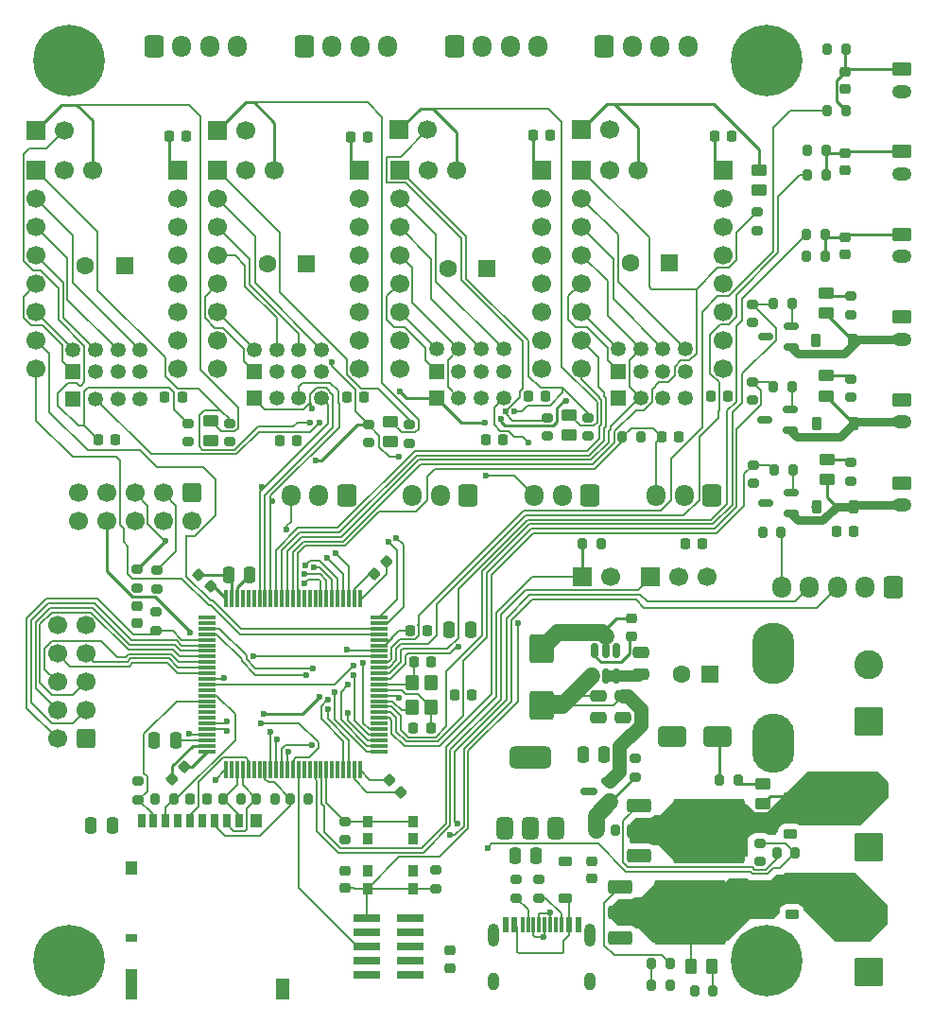
<source format=gbr>
%TF.GenerationSoftware,KiCad,Pcbnew,9.0.3-9.0.3-0~ubuntu24.04.1*%
%TF.CreationDate,2025-07-31T20:10:47-07:00*%
%TF.ProjectId,board,626f6172-642e-46b6-9963-61645f706362,rev?*%
%TF.SameCoordinates,Original*%
%TF.FileFunction,Copper,L1,Top*%
%TF.FilePolarity,Positive*%
%FSLAX46Y46*%
G04 Gerber Fmt 4.6, Leading zero omitted, Abs format (unit mm)*
G04 Created by KiCad (PCBNEW 9.0.3-9.0.3-0~ubuntu24.04.1) date 2025-07-31 20:10:47*
%MOMM*%
%LPD*%
G01*
G04 APERTURE LIST*
G04 Aperture macros list*
%AMRoundRect*
0 Rectangle with rounded corners*
0 $1 Rounding radius*
0 $2 $3 $4 $5 $6 $7 $8 $9 X,Y pos of 4 corners*
0 Add a 4 corners polygon primitive as box body*
4,1,4,$2,$3,$4,$5,$6,$7,$8,$9,$2,$3,0*
0 Add four circle primitives for the rounded corners*
1,1,$1+$1,$2,$3*
1,1,$1+$1,$4,$5*
1,1,$1+$1,$6,$7*
1,1,$1+$1,$8,$9*
0 Add four rect primitives between the rounded corners*
20,1,$1+$1,$2,$3,$4,$5,0*
20,1,$1+$1,$4,$5,$6,$7,0*
20,1,$1+$1,$6,$7,$8,$9,0*
20,1,$1+$1,$8,$9,$2,$3,0*%
G04 Aperture macros list end*
%TA.AperFunction,SMDPad,CuDef*%
%ADD10RoundRect,0.250000X-0.475000X0.250000X-0.475000X-0.250000X0.475000X-0.250000X0.475000X0.250000X0*%
%TD*%
%TA.AperFunction,SMDPad,CuDef*%
%ADD11RoundRect,0.200000X-0.275000X0.200000X-0.275000X-0.200000X0.275000X-0.200000X0.275000X0.200000X0*%
%TD*%
%TA.AperFunction,SMDPad,CuDef*%
%ADD12RoundRect,0.250000X-0.850000X-0.350000X0.850000X-0.350000X0.850000X0.350000X-0.850000X0.350000X0*%
%TD*%
%TA.AperFunction,SMDPad,CuDef*%
%ADD13RoundRect,0.249997X-2.950003X-2.650003X2.950003X-2.650003X2.950003X2.650003X-2.950003X2.650003X0*%
%TD*%
%TA.AperFunction,SMDPad,CuDef*%
%ADD14RoundRect,0.225000X-0.225000X-0.250000X0.225000X-0.250000X0.225000X0.250000X-0.225000X0.250000X0*%
%TD*%
%TA.AperFunction,SMDPad,CuDef*%
%ADD15RoundRect,0.225000X0.225000X0.250000X-0.225000X0.250000X-0.225000X-0.250000X0.225000X-0.250000X0*%
%TD*%
%TA.AperFunction,SMDPad,CuDef*%
%ADD16RoundRect,0.200000X0.275000X-0.200000X0.275000X0.200000X-0.275000X0.200000X-0.275000X-0.200000X0*%
%TD*%
%TA.AperFunction,SMDPad,CuDef*%
%ADD17R,2.400000X0.740000*%
%TD*%
%TA.AperFunction,ComponentPad*%
%ADD18R,1.350000X1.350000*%
%TD*%
%TA.AperFunction,ComponentPad*%
%ADD19C,1.350000*%
%TD*%
%TA.AperFunction,SMDPad,CuDef*%
%ADD20RoundRect,0.250000X0.250000X0.475000X-0.250000X0.475000X-0.250000X-0.475000X0.250000X-0.475000X0*%
%TD*%
%TA.AperFunction,ComponentPad*%
%ADD21RoundRect,0.250000X-0.600000X-0.725000X0.600000X-0.725000X0.600000X0.725000X-0.600000X0.725000X0*%
%TD*%
%TA.AperFunction,ComponentPad*%
%ADD22O,1.700000X1.950000*%
%TD*%
%TA.AperFunction,ComponentPad*%
%ADD23C,3.600000*%
%TD*%
%TA.AperFunction,ConnectorPad*%
%ADD24C,6.400000*%
%TD*%
%TA.AperFunction,SMDPad,CuDef*%
%ADD25R,0.900000X1.000000*%
%TD*%
%TA.AperFunction,SMDPad,CuDef*%
%ADD26RoundRect,0.200000X-0.200000X-0.275000X0.200000X-0.275000X0.200000X0.275000X-0.200000X0.275000X0*%
%TD*%
%TA.AperFunction,SMDPad,CuDef*%
%ADD27RoundRect,0.249999X-0.850001X1.025001X-0.850001X-1.025001X0.850001X-1.025001X0.850001X1.025001X0*%
%TD*%
%TA.AperFunction,ComponentPad*%
%ADD28R,1.700000X1.700000*%
%TD*%
%TA.AperFunction,ComponentPad*%
%ADD29C,1.700000*%
%TD*%
%TA.AperFunction,SMDPad,CuDef*%
%ADD30RoundRect,0.250000X0.450000X-0.262500X0.450000X0.262500X-0.450000X0.262500X-0.450000X-0.262500X0*%
%TD*%
%TA.AperFunction,SMDPad,CuDef*%
%ADD31RoundRect,0.225000X0.250000X-0.225000X0.250000X0.225000X-0.250000X0.225000X-0.250000X-0.225000X0*%
%TD*%
%TA.AperFunction,SMDPad,CuDef*%
%ADD32RoundRect,0.200000X0.200000X0.275000X-0.200000X0.275000X-0.200000X-0.275000X0.200000X-0.275000X0*%
%TD*%
%TA.AperFunction,SMDPad,CuDef*%
%ADD33RoundRect,0.375000X0.375000X-0.625000X0.375000X0.625000X-0.375000X0.625000X-0.375000X-0.625000X0*%
%TD*%
%TA.AperFunction,SMDPad,CuDef*%
%ADD34RoundRect,0.500000X1.400000X-0.500000X1.400000X0.500000X-1.400000X0.500000X-1.400000X-0.500000X0*%
%TD*%
%TA.AperFunction,SMDPad,CuDef*%
%ADD35RoundRect,0.225000X-0.375000X0.225000X-0.375000X-0.225000X0.375000X-0.225000X0.375000X0.225000X0*%
%TD*%
%TA.AperFunction,ComponentPad*%
%ADD36RoundRect,0.250000X-0.625000X0.350000X-0.625000X-0.350000X0.625000X-0.350000X0.625000X0.350000X0*%
%TD*%
%TA.AperFunction,ComponentPad*%
%ADD37O,1.750000X1.200000*%
%TD*%
%TA.AperFunction,SMDPad,CuDef*%
%ADD38RoundRect,0.075000X0.725000X0.075000X-0.725000X0.075000X-0.725000X-0.075000X0.725000X-0.075000X0*%
%TD*%
%TA.AperFunction,SMDPad,CuDef*%
%ADD39RoundRect,0.075000X0.075000X0.725000X-0.075000X0.725000X-0.075000X-0.725000X0.075000X-0.725000X0*%
%TD*%
%TA.AperFunction,SMDPad,CuDef*%
%ADD40RoundRect,0.150000X0.512500X0.150000X-0.512500X0.150000X-0.512500X-0.150000X0.512500X-0.150000X0*%
%TD*%
%TA.AperFunction,SMDPad,CuDef*%
%ADD41RoundRect,0.225000X0.335876X0.017678X0.017678X0.335876X-0.335876X-0.017678X-0.017678X-0.335876X0*%
%TD*%
%TA.AperFunction,SMDPad,CuDef*%
%ADD42RoundRect,0.250000X-0.250000X-0.475000X0.250000X-0.475000X0.250000X0.475000X-0.250000X0.475000X0*%
%TD*%
%TA.AperFunction,SMDPad,CuDef*%
%ADD43RoundRect,0.150000X0.150000X-0.512500X0.150000X0.512500X-0.150000X0.512500X-0.150000X-0.512500X0*%
%TD*%
%TA.AperFunction,ComponentPad*%
%ADD44RoundRect,0.250000X1.050000X-1.050000X1.050000X1.050000X-1.050000X1.050000X-1.050000X-1.050000X0*%
%TD*%
%TA.AperFunction,ComponentPad*%
%ADD45C,2.600000*%
%TD*%
%TA.AperFunction,SMDPad,CuDef*%
%ADD46RoundRect,0.225000X-0.250000X0.225000X-0.250000X-0.225000X0.250000X-0.225000X0.250000X0.225000X0*%
%TD*%
%TA.AperFunction,SMDPad,CuDef*%
%ADD47RoundRect,0.250000X1.000000X0.650000X-1.000000X0.650000X-1.000000X-0.650000X1.000000X-0.650000X0*%
%TD*%
%TA.AperFunction,ComponentPad*%
%ADD48RoundRect,0.250000X0.550000X0.550000X-0.550000X0.550000X-0.550000X-0.550000X0.550000X-0.550000X0*%
%TD*%
%TA.AperFunction,ComponentPad*%
%ADD49C,1.600000*%
%TD*%
%TA.AperFunction,SMDPad,CuDef*%
%ADD50RoundRect,0.225000X0.375000X-0.225000X0.375000X0.225000X-0.375000X0.225000X-0.375000X-0.225000X0*%
%TD*%
%TA.AperFunction,SMDPad,CuDef*%
%ADD51RoundRect,0.250000X-0.262500X-0.450000X0.262500X-0.450000X0.262500X0.450000X-0.262500X0.450000X0*%
%TD*%
%TA.AperFunction,ComponentPad*%
%ADD52RoundRect,0.250000X0.600000X0.725000X-0.600000X0.725000X-0.600000X-0.725000X0.600000X-0.725000X0*%
%TD*%
%TA.AperFunction,ComponentPad*%
%ADD53O,3.800000X5.500000*%
%TD*%
%TA.AperFunction,ComponentPad*%
%ADD54O,3.800000X5.300000*%
%TD*%
%TA.AperFunction,SMDPad,CuDef*%
%ADD55RoundRect,0.225000X-0.017678X0.335876X-0.335876X0.017678X0.017678X-0.335876X0.335876X-0.017678X0*%
%TD*%
%TA.AperFunction,SMDPad,CuDef*%
%ADD56R,0.700000X1.200000*%
%TD*%
%TA.AperFunction,SMDPad,CuDef*%
%ADD57R,1.000000X0.800000*%
%TD*%
%TA.AperFunction,SMDPad,CuDef*%
%ADD58R,1.000000X1.200000*%
%TD*%
%TA.AperFunction,SMDPad,CuDef*%
%ADD59R,1.000000X2.800000*%
%TD*%
%TA.AperFunction,SMDPad,CuDef*%
%ADD60R,1.300000X1.900000*%
%TD*%
%TA.AperFunction,SMDPad,CuDef*%
%ADD61RoundRect,0.225000X0.017678X-0.335876X0.335876X-0.017678X-0.017678X0.335876X-0.335876X0.017678X0*%
%TD*%
%TA.AperFunction,SMDPad,CuDef*%
%ADD62R,0.600000X1.450000*%
%TD*%
%TA.AperFunction,SMDPad,CuDef*%
%ADD63R,0.300000X1.450000*%
%TD*%
%TA.AperFunction,HeatsinkPad*%
%ADD64O,1.000000X2.100000*%
%TD*%
%TA.AperFunction,HeatsinkPad*%
%ADD65O,1.000000X1.600000*%
%TD*%
%TA.AperFunction,SMDPad,CuDef*%
%ADD66RoundRect,0.250000X0.475000X-0.250000X0.475000X0.250000X-0.475000X0.250000X-0.475000X-0.250000X0*%
%TD*%
%TA.AperFunction,SMDPad,CuDef*%
%ADD67RoundRect,0.225000X-0.225000X-0.375000X0.225000X-0.375000X0.225000X0.375000X-0.225000X0.375000X0*%
%TD*%
%TA.AperFunction,ComponentPad*%
%ADD68RoundRect,0.250000X0.600000X0.600000X-0.600000X0.600000X-0.600000X-0.600000X0.600000X-0.600000X0*%
%TD*%
%TA.AperFunction,SMDPad,CuDef*%
%ADD69RoundRect,0.250000X0.350000X-0.450000X0.350000X0.450000X-0.350000X0.450000X-0.350000X-0.450000X0*%
%TD*%
%TA.AperFunction,SMDPad,CuDef*%
%ADD70RoundRect,0.150000X0.587500X0.150000X-0.587500X0.150000X-0.587500X-0.150000X0.587500X-0.150000X0*%
%TD*%
%TA.AperFunction,SMDPad,CuDef*%
%ADD71RoundRect,0.225000X-0.335876X-0.017678X-0.017678X-0.335876X0.335876X0.017678X0.017678X0.335876X0*%
%TD*%
%TA.AperFunction,ComponentPad*%
%ADD72RoundRect,0.250000X-0.600000X0.600000X-0.600000X-0.600000X0.600000X-0.600000X0.600000X0.600000X0*%
%TD*%
%TA.AperFunction,ViaPad*%
%ADD73C,0.600000*%
%TD*%
%TA.AperFunction,ViaPad*%
%ADD74C,0.800000*%
%TD*%
%TA.AperFunction,Conductor*%
%ADD75C,0.250000*%
%TD*%
%TA.AperFunction,Conductor*%
%ADD76C,0.200000*%
%TD*%
%TA.AperFunction,Conductor*%
%ADD77C,1.500000*%
%TD*%
%TA.AperFunction,Conductor*%
%ADD78C,1.000000*%
%TD*%
%TA.AperFunction,Conductor*%
%ADD79C,1.300000*%
%TD*%
%TA.AperFunction,Conductor*%
%ADD80C,0.800000*%
%TD*%
G04 APERTURE END LIST*
D10*
%TO.P,C51,1*%
%TO.N,5V_PSU*%
X205850000Y-85000000D03*
%TO.P,C51,2*%
%TO.N,GND*%
X205850000Y-86900000D03*
%TD*%
D11*
%TO.P,R33,1*%
%TO.N,FAN1*%
X219700000Y-64312500D03*
%TO.P,R33,2*%
%TO.N,GND*%
X219700000Y-65962500D03*
%TD*%
D12*
%TO.P,Q7,1,G*%
%TO.N,Net-(Q7-G)*%
X207800000Y-102092500D03*
%TO.P,Q7,2,D*%
%TO.N,Net-(D15-A)*%
X207800000Y-104372500D03*
D13*
X214100000Y-104372500D03*
D12*
%TO.P,Q7,3,S*%
%TO.N,GND*%
X207800000Y-106652500D03*
%TD*%
D14*
%TO.P,C45,1*%
%TO.N,GND*%
X189275000Y-87900000D03*
%TO.P,C45,2*%
%TO.N,OSC_IN*%
X190825000Y-87900000D03*
%TD*%
D15*
%TO.P,C15,1*%
%TO.N,+3.3V*%
X170825000Y-94200000D03*
%TO.P,C15,2*%
%TO.N,GND*%
X169275000Y-94200000D03*
%TD*%
D16*
%TO.P,R10,1*%
%TO.N,Net-(Q1-G)*%
X209150000Y-92225000D03*
%TO.P,R10,2*%
%TO.N,GND*%
X209150000Y-90575000D03*
%TD*%
D17*
%TO.P,J2,1,VTref*%
%TO.N,+3.3V*%
X188975001Y-109914999D03*
%TO.P,J2,2,SWDIO/TMS*%
%TO.N,SWDIO*%
X185075001Y-109914999D03*
%TO.P,J2,3,GND*%
%TO.N,GND*%
X188975001Y-108644999D03*
%TO.P,J2,4,SWCLK/TCK*%
%TO.N,SWCLK*%
X185075001Y-108644999D03*
%TO.P,J2,5,GND*%
%TO.N,GND*%
X188975001Y-107374999D03*
%TO.P,J2,6,SWO/TDO*%
%TO.N,SWO*%
X185075001Y-107374999D03*
%TO.P,J2,7,KEY*%
%TO.N,unconnected-(J2-KEY-Pad7)*%
X188975001Y-106104999D03*
%TO.P,J2,8,NC/TDI*%
%TO.N,unconnected-(J2-NC{slash}TDI-Pad8)*%
X185075001Y-106104999D03*
%TO.P,J2,9,GNDDetect*%
%TO.N,GND*%
X188975001Y-104834999D03*
%TO.P,J2,10,~{RESET}*%
%TO.N,NRST*%
X185075001Y-104834999D03*
%TD*%
D18*
%TO.P,J19,1,Pin_1*%
%TO.N,SPI_MISO*%
X175027651Y-58321250D03*
D19*
%TO.P,J19,2,Pin_2*%
%TO.N,DRIVEY_CS*%
X177027651Y-58321250D03*
%TO.P,J19,3,Pin_3*%
%TO.N,SPI_SCK*%
X179027651Y-58321250D03*
%TO.P,J19,4,Pin_4*%
%TO.N,SPI_MOSI*%
X181027651Y-58321250D03*
%TD*%
D16*
%TO.P,R26,1*%
%TO.N,+3.3V*%
X220050000Y-43308750D03*
%TO.P,R26,2*%
%TO.N,DRIVEE_EN*%
X220050000Y-41658750D03*
%TD*%
D18*
%TO.P,J12,1,Pin_1*%
%TO.N,DRIVEY_SLP*%
X175052651Y-55966250D03*
D19*
%TO.P,J12,2,Pin_2*%
%TO.N,DRIVEY_MISO*%
X175052651Y-53966250D03*
%TO.P,J12,3,Pin_3*%
%TO.N,+3.3V*%
X177052651Y-55966250D03*
%TO.P,J12,4,Pin_4*%
%TO.N,DRIVEY_CS*%
X177052651Y-53966250D03*
%TO.P,J12,5,Pin_5*%
%TO.N,+3.3V*%
X179052651Y-55966250D03*
%TO.P,J12,6,Pin_6*%
%TO.N,DRIVEY_SCK*%
X179052651Y-53966250D03*
%TO.P,J12,7,Pin_7*%
%TO.N,+3.3V*%
X181052651Y-55966250D03*
%TO.P,J12,8,Pin_8*%
%TO.N,DRIVEY_MOSI*%
X181052651Y-53966250D03*
%TD*%
D20*
%TO.P,C19,1*%
%TO.N,+5V*%
X200300000Y-99250000D03*
%TO.P,C19,2*%
%TO.N,GND*%
X198400000Y-99250000D03*
%TD*%
D21*
%TO.P,J4,1,Pin_1*%
%TO.N,Net-(J4-Pin_1)*%
X166050000Y-26850000D03*
D22*
%TO.P,J4,2,Pin_2*%
%TO.N,Net-(J4-Pin_2)*%
X168550000Y-26850000D03*
%TO.P,J4,3,Pin_3*%
%TO.N,Net-(J4-Pin_3)*%
X171050000Y-26850000D03*
%TO.P,J4,4,Pin_4*%
%TO.N,Net-(J4-Pin_4)*%
X173550000Y-26850000D03*
%TD*%
D14*
%TO.P,C27,1*%
%TO.N,VIN*%
X167425000Y-34878750D03*
%TO.P,C27,2*%
%TO.N,GND*%
X168975000Y-34878750D03*
%TD*%
%TO.P,C7,1*%
%TO.N,+3.3V*%
X192975000Y-84925000D03*
%TO.P,C7,2*%
%TO.N,GND*%
X194525000Y-84925000D03*
%TD*%
D23*
%TO.P,H3,1,1*%
%TO.N,GND*%
X158450000Y-28050000D03*
D24*
X158450000Y-28050000D03*
%TD*%
D25*
%TO.P,SW2,1,1*%
%TO.N,NRST*%
X189275000Y-102225000D03*
X185175000Y-102225000D03*
%TO.P,SW2,2,2*%
%TO.N,GND*%
X189275000Y-100625000D03*
X185175000Y-100625000D03*
%TD*%
D26*
%TO.P,R49,1*%
%TO.N,VIN*%
X216725000Y-92500000D03*
%TO.P,R49,2*%
%TO.N,Net-(D14-A)*%
X218375000Y-92500000D03*
%TD*%
D11*
%TO.P,R2,1*%
%TO.N,+3.3V*%
X191275000Y-100600000D03*
%TO.P,R2,2*%
%TO.N,NRST*%
X191275000Y-102250000D03*
%TD*%
D27*
%TO.P,L3,1,1*%
%TO.N,Net-(U8-SW)*%
X200750000Y-80775000D03*
%TO.P,L3,2,2*%
%TO.N,5V_PSU*%
X200750000Y-85825000D03*
%TD*%
D23*
%TO.P,H4,1,1*%
%TO.N,GND*%
X158450000Y-108700000D03*
D24*
X158450000Y-108700000D03*
%TD*%
D28*
%TO.P,J11,1,Pin_1*%
%TO.N,DRIVEX_DIAG*%
X155450000Y-34328750D03*
D29*
%TO.P,J11,2,Pin_2*%
%TO.N,X_STOP*%
X157990000Y-34328750D03*
%TD*%
D30*
%TO.P,D10,1,K*%
%TO.N,Net-(D10-K)*%
X226250000Y-58112500D03*
%TO.P,D10,2,A*%
%TO.N,Net-(D10-A)*%
X226250000Y-56287500D03*
%TD*%
D16*
%TO.P,R25,1*%
%TO.N,+3.3V*%
X201250000Y-61725000D03*
%TO.P,R25,2*%
%TO.N,Z_STOP*%
X201250000Y-60075000D03*
%TD*%
D31*
%TO.P,C43,1*%
%TO.N,GND*%
X164500000Y-78450000D03*
%TO.P,C43,2*%
%TO.N,+5V*%
X164500000Y-76900000D03*
%TD*%
D26*
%TO.P,R40,1*%
%TO.N,FAN3*%
X221550000Y-49825000D03*
%TO.P,R40,2*%
%TO.N,Net-(Q4-G)*%
X223200000Y-49825000D03*
%TD*%
D14*
%TO.P,C40,1*%
%TO.N,VIN*%
X216225000Y-34818750D03*
%TO.P,C40,2*%
%TO.N,GND*%
X217775000Y-34818750D03*
%TD*%
D32*
%TO.P,R51,1*%
%TO.N,HEAT1*%
X223475000Y-99050000D03*
%TO.P,R51,2*%
%TO.N,Net-(Q5-G)*%
X221825000Y-99050000D03*
%TD*%
D33*
%TO.P,U2,1,GND*%
%TO.N,GND*%
X197450000Y-96800000D03*
%TO.P,U2,2,VO*%
%TO.N,+3.3V*%
X199750000Y-96800000D03*
D34*
X199750000Y-90500000D03*
D33*
%TO.P,U2,3,VI*%
%TO.N,+5V*%
X202050000Y-96800000D03*
%TD*%
D30*
%TO.P,D7,1,K*%
%TO.N,Net-(D7-K)*%
X226300000Y-65612500D03*
%TO.P,D7,2,A*%
%TO.N,Net-(D7-A)*%
X226300000Y-63787500D03*
%TD*%
D29*
%TO.P,U5,1,GND*%
%TO.N,GND*%
X184452651Y-55726250D03*
%TO.P,U5,2,VIO*%
%TO.N,+3.3V*%
X184452651Y-53186250D03*
%TO.P,U5,3,M1B*%
%TO.N,Net-(J18-Pin_3)*%
X184452651Y-50646250D03*
%TO.P,U5,4,M1A*%
%TO.N,Net-(J18-Pin_1)*%
X184452651Y-48106250D03*
%TO.P,U5,5,M2A*%
%TO.N,Net-(J18-Pin_2)*%
X184452651Y-45566250D03*
%TO.P,U5,6,M2B*%
%TO.N,Net-(J18-Pin_4)*%
X184452651Y-43026250D03*
%TO.P,U5,7,GND*%
%TO.N,GND*%
X184452651Y-40486250D03*
D28*
%TO.P,U5,8,VM*%
%TO.N,VIN*%
X184452651Y-37946250D03*
D29*
%TO.P,U5,9,DIR*%
%TO.N,DRIVEY_DIR*%
X171752651Y-55726250D03*
%TO.P,U5,10,STEP*%
%TO.N,DRIVEY_STEP*%
X171752651Y-53186250D03*
%TO.P,U5,11,PDN*%
%TO.N,DRIVEY_MISO*%
X171752651Y-50646250D03*
%TO.P,U5,12,UART*%
%TO.N,DRIVEY_SLP*%
X171752651Y-48106250D03*
%TO.P,U5,13,SPRD*%
%TO.N,DRIVEY_CS*%
X171752651Y-45566250D03*
%TO.P,U5,14,MS2*%
%TO.N,DRIVEY_SCK*%
X171752651Y-43026250D03*
%TO.P,U5,15,MS1*%
%TO.N,DRIVEY_MOSI*%
X171752651Y-40486250D03*
D28*
%TO.P,U5,16,~{EN}*%
%TO.N,DRIVEY_EN*%
X171752651Y-37946250D03*
D29*
%TO.P,U5,17,INDEX*%
%TO.N,unconnected-(U5-INDEX-Pad17)*%
X174292651Y-37946250D03*
%TO.P,U5,18,DIAG*%
%TO.N,DRIVEY_DIAG*%
X176832651Y-37946250D03*
%TD*%
D16*
%TO.P,R34,1*%
%TO.N,VIN*%
X228500000Y-65725000D03*
%TO.P,R34,2*%
%TO.N,Net-(D7-A)*%
X228500000Y-64075000D03*
%TD*%
D35*
%TO.P,D1,1,K*%
%TO.N,5V_USB*%
X202900000Y-99760000D03*
%TO.P,D1,2,A*%
%TO.N,Net-(D1-A)*%
X202900000Y-103060000D03*
%TD*%
D30*
%TO.P,R20,1*%
%TO.N,+3.3V*%
X187252651Y-62218750D03*
%TO.P,R20,2*%
%TO.N,DRIVEY_DIAG*%
X187252651Y-60393750D03*
%TD*%
D36*
%TO.P,J13,1,Pin_1*%
%TO.N,Net-(J13-Pin_1)*%
X233000000Y-36250000D03*
D37*
%TO.P,J13,2,Pin_2*%
%TO.N,GND*%
X233000000Y-38250000D03*
%TD*%
D38*
%TO.P,U1,1,PE2*%
%TO.N,DRIVEZ_STEP*%
X186175000Y-89950000D03*
%TO.P,U1,2,PE3*%
%TO.N,DRIVEZ_DIR*%
X186175000Y-89450000D03*
%TO.P,U1,3,PE4*%
%TO.N,Z_STOP*%
X186175000Y-88950000D03*
%TO.P,U1,4,PE5*%
%TO.N,X_STOP*%
X186175000Y-88450000D03*
%TO.P,U1,5,PE6*%
%TO.N,Y_STOP*%
X186175000Y-87950000D03*
%TO.P,U1,6,VBAT*%
%TO.N,unconnected-(U1-VBAT-Pad6)*%
X186175000Y-87450000D03*
%TO.P,U1,7,PC13*%
%TO.N,FAN1*%
X186175000Y-86950000D03*
%TO.P,U1,8,PC14*%
%TO.N,FAN2*%
X186175000Y-86450000D03*
%TO.P,U1,9,PC15*%
%TO.N,FAN3*%
X186175000Y-85950000D03*
%TO.P,U1,10,VSS*%
%TO.N,GND*%
X186175000Y-85450000D03*
%TO.P,U1,11,VDD*%
%TO.N,+3.3V*%
X186175000Y-84950000D03*
%TO.P,U1,12,PH0*%
%TO.N,OSC_IN*%
X186175000Y-84450000D03*
%TO.P,U1,13,PH1*%
%TO.N,OSC_OUT*%
X186175000Y-83950000D03*
%TO.P,U1,14,NRST*%
%TO.N,NRST*%
X186175000Y-83450000D03*
%TO.P,U1,15,PC0*%
%TO.N,THERMO1*%
X186175000Y-82950000D03*
%TO.P,U1,16,PC1*%
%TO.N,THERMO2*%
X186175000Y-82450000D03*
%TO.P,U1,17,PC2_C*%
%TO.N,THERMO3*%
X186175000Y-81950000D03*
%TO.P,U1,18,PC3_C*%
%TO.N,DRIVEY_DIR*%
X186175000Y-81450000D03*
%TO.P,U1,19,VSSA*%
%TO.N,GND*%
X186175000Y-80950000D03*
%TO.P,U1,20,VREF+*%
%TO.N,+3.3V*%
X186175000Y-80450000D03*
%TO.P,U1,21,VDDA*%
X186175000Y-79950000D03*
%TO.P,U1,22,PA0*%
%TO.N,DRIVEX_DIR*%
X186175000Y-79450000D03*
%TO.P,U1,23,PA1*%
%TO.N,DRIVEX_STEP*%
X186175000Y-78950000D03*
%TO.P,U1,24,PA2*%
%TO.N,DRIVEX_CS*%
X186175000Y-78450000D03*
%TO.P,U1,25,PA3*%
%TO.N,DRIVEX_EN*%
X186175000Y-77950000D03*
D39*
%TO.P,U1,26,VSS*%
%TO.N,GND*%
X184500000Y-76275000D03*
%TO.P,U1,27,VDD*%
%TO.N,+3.3V*%
X184000000Y-76275000D03*
%TO.P,U1,28,PA4*%
%TO.N,SD_CS*%
X183500000Y-76275000D03*
%TO.P,U1,29,PA5*%
%TO.N,SD_SCK*%
X183000000Y-76275000D03*
%TO.P,U1,30,PA6*%
%TO.N,SD_MISO*%
X182500000Y-76275000D03*
%TO.P,U1,31,PA7*%
%TO.N,SD_MOSI*%
X182000000Y-76275000D03*
%TO.P,U1,32,PC4*%
%TO.N,DRIVEY_STEP*%
X181500000Y-76275000D03*
%TO.P,U1,33,PC5*%
%TO.N,DRIVEY_CS*%
X181000000Y-76275000D03*
%TO.P,U1,34,PB0*%
%TO.N,unconnected-(U1-PB0-Pad34)*%
X180500000Y-76275000D03*
%TO.P,U1,35,PB1*%
%TO.N,unconnected-(U1-PB1-Pad35)*%
X180000000Y-76275000D03*
%TO.P,U1,36,PB2*%
%TO.N,unconnected-(U1-PB2-Pad36)*%
X179500000Y-76275000D03*
%TO.P,U1,37,PE7*%
%TO.N,E_STOP*%
X179000000Y-76275000D03*
%TO.P,U1,38,PE8*%
%TO.N,DRIVEE_EN*%
X178500000Y-76275000D03*
%TO.P,U1,39,PE9*%
%TO.N,DRIVEE_CS*%
X178000000Y-76275000D03*
%TO.P,U1,40,PE10*%
%TO.N,DRIVEE_STEP*%
X177500000Y-76275000D03*
%TO.P,U1,41,PE11*%
%TO.N,DRIVEE_DIR*%
X177000000Y-76275000D03*
%TO.P,U1,42,PE12*%
%TO.N,SPI_SCK*%
X176500000Y-76275000D03*
%TO.P,U1,43,PE13*%
%TO.N,SPI_MISO*%
X176000000Y-76275000D03*
%TO.P,U1,44,PE14*%
%TO.N,SPI_MOSI*%
X175500000Y-76275000D03*
%TO.P,U1,45,PE15*%
%TO.N,unconnected-(U1-PE15-Pad45)*%
X175000000Y-76275000D03*
%TO.P,U1,46,PB10*%
%TO.N,unconnected-(U1-PB10-Pad46)*%
X174500000Y-76275000D03*
%TO.P,U1,47,PB11*%
%TO.N,unconnected-(U1-PB11-Pad47)*%
X174000000Y-76275000D03*
%TO.P,U1,48,VCAP*%
%TO.N,Net-(C1-Pad2)*%
X173500000Y-76275000D03*
%TO.P,U1,49,VSS*%
%TO.N,GND*%
X173000000Y-76275000D03*
%TO.P,U1,50,VDD*%
%TO.N,+3.3V*%
X172500000Y-76275000D03*
D38*
%TO.P,U1,51,PB12*%
%TO.N,unconnected-(U1-PB12-Pad51)*%
X170825000Y-77950000D03*
%TO.P,U1,52,PB13*%
%TO.N,unconnected-(U1-PB13-Pad52)*%
X170825000Y-78450000D03*
%TO.P,U1,53,PB14*%
%TO.N,HEAT_BED*%
X170825000Y-78950000D03*
%TO.P,U1,54,PB15*%
%TO.N,HEAT1*%
X170825000Y-79450000D03*
%TO.P,U1,55,PD8*%
%TO.N,LCD_BTN*%
X170825000Y-79950000D03*
%TO.P,U1,56,PD9*%
%TO.N,LCD_EN*%
X170825000Y-80450000D03*
%TO.P,U1,57,PD10*%
%TO.N,LCD_CS*%
X170825000Y-80950000D03*
%TO.P,U1,58,PD11*%
%TO.N,LCD_D4*%
X170825000Y-81450000D03*
%TO.P,U1,59,PD12*%
%TO.N,LCD_D5*%
X170825000Y-81950000D03*
%TO.P,U1,60,PD13*%
%TO.N,LCD_D6*%
X170825000Y-82450000D03*
%TO.P,U1,61,PD14*%
%TO.N,LCD_D7*%
X170825000Y-82950000D03*
%TO.P,U1,62,PD15*%
%TO.N,SD_DET*%
X170825000Y-83450000D03*
%TO.P,U1,63,PC6*%
%TO.N,DRIVEY_EN*%
X170825000Y-83950000D03*
%TO.P,U1,64,PC7*%
%TO.N,unconnected-(U1-PC7-Pad64)*%
X170825000Y-84450000D03*
%TO.P,U1,65,PC8*%
%TO.N,SDMMC1_D0*%
X170825000Y-84950000D03*
%TO.P,U1,66,PC9*%
%TO.N,SDMMC1_D1*%
X170825000Y-85450000D03*
%TO.P,U1,67,PA8*%
%TO.N,unconnected-(U1-PA8-Pad67)*%
X170825000Y-85950000D03*
%TO.P,U1,68,PA9*%
%TO.N,unconnected-(U1-PA9-Pad68)*%
X170825000Y-86450000D03*
%TO.P,U1,69,PA10*%
%TO.N,unconnected-(U1-PA10-Pad69)*%
X170825000Y-86950000D03*
%TO.P,U1,70,PA11*%
%TO.N,USB_DM*%
X170825000Y-87450000D03*
%TO.P,U1,71,PA12*%
%TO.N,USB_DP*%
X170825000Y-87950000D03*
%TO.P,U1,72,PA13*%
%TO.N,SWDIO*%
X170825000Y-88450000D03*
%TO.P,U1,73,VCAP*%
%TO.N,Net-(C2-Pad2)*%
X170825000Y-88950000D03*
%TO.P,U1,74,VSS*%
%TO.N,GND*%
X170825000Y-89450000D03*
%TO.P,U1,75,VDD*%
%TO.N,+3.3V*%
X170825000Y-89950000D03*
D39*
%TO.P,U1,76,PA14*%
%TO.N,SWCLK*%
X172500000Y-91625000D03*
%TO.P,U1,77,PA15*%
%TO.N,unconnected-(U1-PA15-Pad77)*%
X173000000Y-91625000D03*
%TO.P,U1,78,PC10*%
%TO.N,SDMMC1_D2*%
X173500000Y-91625000D03*
%TO.P,U1,79,PC11*%
%TO.N,SDMMC1_D3*%
X174000000Y-91625000D03*
%TO.P,U1,80,PC12*%
%TO.N,SDMMC1_CK*%
X174500000Y-91625000D03*
%TO.P,U1,81,PD0*%
%TO.N,unconnected-(U1-PD0-Pad81)*%
X175000000Y-91625000D03*
%TO.P,U1,82,PD1*%
%TO.N,unconnected-(U1-PD1-Pad82)*%
X175500000Y-91625000D03*
%TO.P,U1,83,PD2*%
%TO.N,SDMMC1_CMD*%
X176000000Y-91625000D03*
%TO.P,U1,84,PD3*%
%TO.N,LCD_ENCA*%
X176500000Y-91625000D03*
%TO.P,U1,85,PD4*%
%TO.N,LCD_ENCB*%
X177000000Y-91625000D03*
%TO.P,U1,86,PD5*%
%TO.N,TFT_TX*%
X177500000Y-91625000D03*
%TO.P,U1,87,PD6*%
%TO.N,TFT_RX*%
X178000000Y-91625000D03*
%TO.P,U1,88,PD7*%
%TO.N,LCD_BEEP*%
X178500000Y-91625000D03*
%TO.P,U1,89,PB3*%
%TO.N,SWO*%
X179000000Y-91625000D03*
%TO.P,U1,90,PB4*%
%TO.N,unconnected-(U1-PB4-Pad90)*%
X179500000Y-91625000D03*
%TO.P,U1,91,PB5*%
%TO.N,unconnected-(U1-PB5-Pad91)*%
X180000000Y-91625000D03*
%TO.P,U1,92,PB6*%
%TO.N,SERVO*%
X180500000Y-91625000D03*
%TO.P,U1,93,PB7*%
%TO.N,PROBE_TRIG*%
X181000000Y-91625000D03*
%TO.P,U1,94,BOOT0*%
%TO.N,BOOT*%
X181500000Y-91625000D03*
%TO.P,U1,95,PB8*%
%TO.N,unconnected-(U1-PB8-Pad95)*%
X182000000Y-91625000D03*
%TO.P,U1,96,PB9*%
%TO.N,unconnected-(U1-PB9-Pad96)*%
X182500000Y-91625000D03*
%TO.P,U1,97,PE0*%
%TO.N,DRIVEZ_EN*%
X183000000Y-91625000D03*
%TO.P,U1,98,PE1*%
%TO.N,DRIVEZ_CS*%
X183500000Y-91625000D03*
%TO.P,U1,99,VSS*%
%TO.N,GND*%
X184000000Y-91625000D03*
%TO.P,U1,100,VDD*%
%TO.N,+3.3V*%
X184500000Y-91625000D03*
%TD*%
D11*
%TO.P,R7,1*%
%TO.N,+3.3V*%
X164650000Y-92625000D03*
%TO.P,R7,2*%
%TO.N,SDMMC1_D1*%
X164650000Y-94275000D03*
%TD*%
D30*
%TO.P,R27,1*%
%TO.N,+3.3V*%
X220250000Y-39721250D03*
%TO.P,R27,2*%
%TO.N,DRIVEE_DIAG*%
X220250000Y-37896250D03*
%TD*%
D16*
%TO.P,R18,1*%
%TO.N,+3.3V*%
X169100000Y-62233750D03*
%TO.P,R18,2*%
%TO.N,X_STOP*%
X169100000Y-60583750D03*
%TD*%
D30*
%TO.P,R22,1*%
%TO.N,+3.3V*%
X171100000Y-62125000D03*
%TO.P,R22,2*%
%TO.N,DRIVEX_DIAG*%
X171100000Y-60300000D03*
%TD*%
D21*
%TO.P,J28,1,Pin_1*%
%TO.N,Net-(J28-Pin_1)*%
X206375000Y-26850000D03*
D22*
%TO.P,J28,2,Pin_2*%
%TO.N,Net-(J28-Pin_2)*%
X208875000Y-26850000D03*
%TO.P,J28,3,Pin_3*%
%TO.N,Net-(J28-Pin_3)*%
X211375000Y-26850000D03*
%TO.P,J28,4,Pin_4*%
%TO.N,Net-(J28-Pin_4)*%
X213875000Y-26850000D03*
%TD*%
D25*
%TO.P,SW1,1,1*%
%TO.N,BOOT*%
X185175000Y-96200000D03*
X189275000Y-96200000D03*
%TO.P,SW1,2,2*%
%TO.N,+3.3V*%
X185175000Y-97800000D03*
X189275000Y-97800000D03*
%TD*%
D32*
%TO.P,R3,1*%
%TO.N,+3.3V*%
X173875000Y-94200000D03*
%TO.P,R3,2*%
%TO.N,SDMMC1_D2*%
X172225000Y-94200000D03*
%TD*%
D23*
%TO.P,H2,1,1*%
%TO.N,GND*%
X220900000Y-108700000D03*
D24*
X220900000Y-108700000D03*
%TD*%
D32*
%TO.P,R47,1*%
%TO.N,Net-(J17-Pin_5)*%
X222200000Y-70325000D03*
%TO.P,R47,2*%
%TO.N,NRST*%
X220550000Y-70325000D03*
%TD*%
D28*
%TO.P,J30,1,Pin_1*%
%TO.N,DRIVEE_DIAG*%
X204325000Y-34268750D03*
D29*
%TO.P,J30,2,Pin_2*%
%TO.N,E_STOP*%
X206865000Y-34268750D03*
%TD*%
D40*
%TO.P,Q3,1,D*%
%TO.N,Net-(D10-K)*%
X223050000Y-61187500D03*
%TO.P,Q3,2,G*%
%TO.N,Net-(Q3-G)*%
X223050000Y-59287500D03*
%TO.P,Q3,3,S*%
%TO.N,GND*%
X220775000Y-60237500D03*
%TD*%
D41*
%TO.P,C6,1*%
%TO.N,+3.3V*%
X171098008Y-75198008D03*
%TO.P,C6,2*%
%TO.N,GND*%
X170001992Y-74101992D03*
%TD*%
D30*
%TO.P,R24,1*%
%TO.N,+3.3V*%
X203250000Y-61618750D03*
%TO.P,R24,2*%
%TO.N,DRIVEZ_DIAG*%
X203250000Y-59793750D03*
%TD*%
D14*
%TO.P,C32,1*%
%TO.N,VIN*%
X183677651Y-34906250D03*
%TO.P,C32,2*%
%TO.N,GND*%
X185227651Y-34906250D03*
%TD*%
D42*
%TO.P,C18,1*%
%TO.N,+3.3V*%
X204500000Y-90200000D03*
%TO.P,C18,2*%
%TO.N,GND*%
X206400000Y-90200000D03*
%TD*%
D43*
%TO.P,U8,1,FB*%
%TO.N,5V_PSU*%
X205550000Y-83225000D03*
%TO.P,U8,2,EN*%
%TO.N,VIN*%
X206500000Y-83225000D03*
%TO.P,U8,3,IN*%
X207450000Y-83225000D03*
%TO.P,U8,4,GND*%
%TO.N,GND*%
X207450000Y-80950000D03*
%TO.P,U8,5,SW*%
%TO.N,Net-(U8-SW)*%
X206500000Y-80950000D03*
%TO.P,U8,6,BST*%
%TO.N,Net-(U8-BST)*%
X205550000Y-80950000D03*
%TD*%
D44*
%TO.P,J36,1,Pin_1*%
%TO.N,VIN*%
X230100000Y-109685000D03*
D45*
%TO.P,J36,2,Pin_2*%
%TO.N,Net-(D15-A)*%
X230100000Y-104605000D03*
%TD*%
D46*
%TO.P,C46,1*%
%TO.N,Net-(J13-Pin_1)*%
X227950000Y-36375000D03*
%TO.P,C46,2*%
%TO.N,GND*%
X227950000Y-37925000D03*
%TD*%
D16*
%TO.P,R21,1*%
%TO.N,+3.3V*%
X185250000Y-62325000D03*
%TO.P,R21,2*%
%TO.N,Y_STOP*%
X185250000Y-60675000D03*
%TD*%
D32*
%TO.P,R4,1*%
%TO.N,+3.3V*%
X176875000Y-94200000D03*
%TO.P,R4,2*%
%TO.N,SDMMC1_D3*%
X175225000Y-94200000D03*
%TD*%
D47*
%TO.P,D2,1,K*%
%TO.N,VIN*%
X216477500Y-88655000D03*
%TO.P,D2,2,A*%
%TO.N,GND*%
X212477500Y-88655000D03*
%TD*%
D20*
%TO.P,C16,1*%
%TO.N,+3.3V*%
X162300000Y-96550000D03*
%TO.P,C16,2*%
%TO.N,GND*%
X160400000Y-96550000D03*
%TD*%
D16*
%TO.P,R16,1*%
%TO.N,+3.3V*%
X172800000Y-62225000D03*
%TO.P,R16,2*%
%TO.N,DRIVEX_EN*%
X172800000Y-60575000D03*
%TD*%
D48*
%TO.P,C39,1*%
%TO.N,VIN*%
X212202651Y-46175000D03*
D49*
%TO.P,C39,2*%
%TO.N,GND*%
X208702651Y-46175000D03*
%TD*%
D11*
%TO.P,R1,1*%
%TO.N,BOOT*%
X183175000Y-96225000D03*
%TO.P,R1,2*%
%TO.N,GND*%
X183175000Y-97875000D03*
%TD*%
D14*
%TO.P,C28,1*%
%TO.N,+5V*%
X227175000Y-70225000D03*
%TO.P,C28,2*%
%TO.N,GND*%
X228725000Y-70225000D03*
%TD*%
D11*
%TO.P,R39,1*%
%TO.N,FAN3*%
X219650000Y-49925000D03*
%TO.P,R39,2*%
%TO.N,GND*%
X219650000Y-51575000D03*
%TD*%
D36*
%TO.P,J14,1,Pin_1*%
%TO.N,Net-(J14-Pin_1)*%
X233000000Y-28850000D03*
D37*
%TO.P,J14,2,Pin_2*%
%TO.N,GND*%
X233000000Y-30850000D03*
%TD*%
D50*
%TO.P,D13,1,K*%
%TO.N,VIN*%
X223025000Y-97350000D03*
%TO.P,D13,2,A*%
%TO.N,Net-(D13-A)*%
X223025000Y-94050000D03*
%TD*%
D32*
%TO.P,R45,1*%
%TO.N,Net-(J14-Pin_1)*%
X228025000Y-32600000D03*
%TO.P,R45,2*%
%TO.N,THERMO3*%
X226375000Y-32600000D03*
%TD*%
D29*
%TO.P,U7,1,GND*%
%TO.N,GND*%
X217025000Y-55655000D03*
%TO.P,U7,2,VIO*%
%TO.N,+3.3V*%
X217025000Y-53115000D03*
%TO.P,U7,3,M1B*%
%TO.N,Net-(J28-Pin_3)*%
X217025000Y-50575000D03*
%TO.P,U7,4,M1A*%
%TO.N,Net-(J28-Pin_1)*%
X217025000Y-48035000D03*
%TO.P,U7,5,M2A*%
%TO.N,Net-(J28-Pin_2)*%
X217025000Y-45495000D03*
%TO.P,U7,6,M2B*%
%TO.N,Net-(J28-Pin_4)*%
X217025000Y-42955000D03*
%TO.P,U7,7,GND*%
%TO.N,GND*%
X217025000Y-40415000D03*
D28*
%TO.P,U7,8,VM*%
%TO.N,VIN*%
X217025000Y-37875000D03*
D29*
%TO.P,U7,9,DIR*%
%TO.N,DRIVEE_DIR*%
X204325000Y-55655000D03*
%TO.P,U7,10,STEP*%
%TO.N,DRIVEE_STEP*%
X204325000Y-53115000D03*
%TO.P,U7,11,PDN*%
%TO.N,DRIVEE_MISO*%
X204325000Y-50575000D03*
%TO.P,U7,12,UART*%
%TO.N,DRIVEE_SLP*%
X204325000Y-48035000D03*
%TO.P,U7,13,SPRD*%
%TO.N,DRIVEE_CS*%
X204325000Y-45495000D03*
%TO.P,U7,14,MS2*%
%TO.N,DRIVEE_SCK*%
X204325000Y-42955000D03*
%TO.P,U7,15,MS1*%
%TO.N,DRIVEE_MOSI*%
X204325000Y-40415000D03*
D28*
%TO.P,U7,16,~{EN}*%
%TO.N,DRIVEE_EN*%
X204325000Y-37875000D03*
D29*
%TO.P,U7,17,INDEX*%
%TO.N,unconnected-(U7-INDEX-Pad17)*%
X206865000Y-37875000D03*
%TO.P,U7,18,DIAG*%
%TO.N,DRIVEE_DIAG*%
X209405000Y-37875000D03*
%TD*%
D51*
%TO.P,D16,1,K*%
%TO.N,Net-(D15-A)*%
X214162500Y-109175000D03*
%TO.P,D16,2,A*%
%TO.N,Net-(D16-A)*%
X215987500Y-109175000D03*
%TD*%
D18*
%TO.P,J27,1,Pin_1*%
%TO.N,DRIVEE_SLP*%
X207650000Y-55908750D03*
D19*
%TO.P,J27,2,Pin_2*%
%TO.N,DRIVEE_MISO*%
X207650000Y-53908750D03*
%TO.P,J27,3,Pin_3*%
%TO.N,+3.3V*%
X209650000Y-55908750D03*
%TO.P,J27,4,Pin_4*%
%TO.N,DRIVEE_CS*%
X209650000Y-53908750D03*
%TO.P,J27,5,Pin_5*%
%TO.N,+3.3V*%
X211650000Y-55908750D03*
%TO.P,J27,6,Pin_6*%
%TO.N,DRIVEE_SCK*%
X211650000Y-53908750D03*
%TO.P,J27,7,Pin_7*%
%TO.N,+3.3V*%
X213650000Y-55908750D03*
%TO.P,J27,8,Pin_8*%
%TO.N,DRIVEE_MOSI*%
X213650000Y-53908750D03*
%TD*%
D18*
%TO.P,J22,1,Pin_1*%
%TO.N,DRIVEZ_SLP*%
X191350000Y-55906250D03*
D19*
%TO.P,J22,2,Pin_2*%
%TO.N,DRIVEZ_MISO*%
X191350000Y-53906250D03*
%TO.P,J22,3,Pin_3*%
%TO.N,+3.3V*%
X193350000Y-55906250D03*
%TO.P,J22,4,Pin_4*%
%TO.N,DRIVEZ_CS*%
X193350000Y-53906250D03*
%TO.P,J22,5,Pin_5*%
%TO.N,+3.3V*%
X195350000Y-55906250D03*
%TO.P,J22,6,Pin_6*%
%TO.N,DRIVEZ_SCK*%
X195350000Y-53906250D03*
%TO.P,J22,7,Pin_7*%
%TO.N,+3.3V*%
X197350000Y-55906250D03*
%TO.P,J22,8,Pin_8*%
%TO.N,DRIVEZ_MOSI*%
X197350000Y-53906250D03*
%TD*%
D28*
%TO.P,J20,1,Pin_1*%
%TO.N,DRIVEY_DIAG*%
X171727651Y-34356250D03*
D29*
%TO.P,J20,2,Pin_2*%
%TO.N,Y_STOP*%
X174267651Y-34356250D03*
%TD*%
D52*
%TO.P,J26,1,Pin_1*%
%TO.N,GND*%
X205125000Y-67025000D03*
D22*
%TO.P,J26,2,Pin_2*%
%TO.N,+5V*%
X202625000Y-67025000D03*
%TO.P,J26,3,Pin_3*%
%TO.N,Z_STOP*%
X200125000Y-67025000D03*
%TD*%
D16*
%TO.P,R30,1*%
%TO.N,+3.3V*%
X164500000Y-75325000D03*
%TO.P,R30,2*%
%TO.N,LCD_ENCB*%
X164500000Y-73675000D03*
%TD*%
D52*
%TO.P,J17,1,Pin_1*%
%TO.N,GND*%
X232250000Y-75275000D03*
D22*
%TO.P,J17,2,Pin_2*%
%TO.N,+5V*%
X229750000Y-75275000D03*
%TO.P,J17,3,Pin_3*%
%TO.N,TFT_TX*%
X227250000Y-75275000D03*
%TO.P,J17,4,Pin_4*%
%TO.N,TFT_RX*%
X224750000Y-75275000D03*
%TO.P,J17,5,Pin_5*%
%TO.N,Net-(J17-Pin_5)*%
X222250000Y-75275000D03*
%TD*%
D32*
%TO.P,R28,1*%
%TO.N,+3.3V*%
X209650000Y-61808750D03*
%TO.P,R28,2*%
%TO.N,E_STOP*%
X208000000Y-61808750D03*
%TD*%
D16*
%TO.P,R29,1*%
%TO.N,+3.3V*%
X166310000Y-75375000D03*
%TO.P,R29,2*%
%TO.N,LCD_ENCA*%
X166310000Y-73725000D03*
%TD*%
%TO.P,R35,1*%
%TO.N,VIN*%
X228450000Y-58250000D03*
%TO.P,R35,2*%
%TO.N,Net-(D10-A)*%
X228450000Y-56600000D03*
%TD*%
D15*
%TO.P,C49,1*%
%TO.N,+5V*%
X215205000Y-71350000D03*
%TO.P,C49,2*%
%TO.N,GND*%
X213655000Y-71350000D03*
%TD*%
D10*
%TO.P,C50,1*%
%TO.N,5V_PSU*%
X208050000Y-85000000D03*
%TO.P,C50,2*%
%TO.N,GND*%
X208050000Y-86900000D03*
%TD*%
D26*
%TO.P,R6,1*%
%TO.N,+3.3V*%
X166175000Y-94200000D03*
%TO.P,R6,2*%
%TO.N,SDMMC1_D0*%
X167825000Y-94200000D03*
%TD*%
D29*
%TO.P,U4,1,GND*%
%TO.N,GND*%
X168200000Y-55718750D03*
%TO.P,U4,2,VIO*%
%TO.N,+3.3V*%
X168200000Y-53178750D03*
%TO.P,U4,3,M1B*%
%TO.N,Net-(J4-Pin_3)*%
X168200000Y-50638750D03*
%TO.P,U4,4,M1A*%
%TO.N,Net-(J4-Pin_1)*%
X168200000Y-48098750D03*
%TO.P,U4,5,M2A*%
%TO.N,Net-(J4-Pin_2)*%
X168200000Y-45558750D03*
%TO.P,U4,6,M2B*%
%TO.N,Net-(J4-Pin_4)*%
X168200000Y-43018750D03*
%TO.P,U4,7,GND*%
%TO.N,GND*%
X168200000Y-40478750D03*
D28*
%TO.P,U4,8,VM*%
%TO.N,VIN*%
X168200000Y-37938750D03*
D29*
%TO.P,U4,9,DIR*%
%TO.N,DRIVEX_DIR*%
X155500000Y-55718750D03*
%TO.P,U4,10,STEP*%
%TO.N,DRIVEX_STEP*%
X155500000Y-53178750D03*
%TO.P,U4,11,PDN*%
%TO.N,DRIVEX_MISO*%
X155500000Y-50638750D03*
%TO.P,U4,12,UART*%
%TO.N,DRIVEX_SLP*%
X155500000Y-48098750D03*
%TO.P,U4,13,SPRD*%
%TO.N,DRIVEX_CS*%
X155500000Y-45558750D03*
%TO.P,U4,14,MS2*%
%TO.N,DRIVEX_SCK*%
X155500000Y-43018750D03*
%TO.P,U4,15,MS1*%
%TO.N,DRIVEX_MOSI*%
X155500000Y-40478750D03*
D28*
%TO.P,U4,16,~{EN}*%
%TO.N,DRIVEX_EN*%
X155500000Y-37938750D03*
D29*
%TO.P,U4,17,INDEX*%
%TO.N,unconnected-(U4-INDEX-Pad17)*%
X158040000Y-37938750D03*
%TO.P,U4,18,DIAG*%
%TO.N,DRIVEX_DIAG*%
X160580000Y-37938750D03*
%TD*%
D28*
%TO.P,J16,1,Pin_1*%
%TO.N,PROBE_TRIG*%
X204425000Y-74350000D03*
D29*
%TO.P,J16,2,Pin_2*%
%TO.N,GND*%
X206965000Y-74350000D03*
%TD*%
D52*
%TO.P,J7,1,Pin_1*%
%TO.N,GND*%
X183300000Y-67025000D03*
D22*
%TO.P,J7,2,Pin_2*%
%TO.N,+5V*%
X180800000Y-67025000D03*
%TO.P,J7,3,Pin_3*%
%TO.N,X_STOP*%
X178300000Y-67025000D03*
%TD*%
D16*
%TO.P,R48,1*%
%TO.N,Net-(J3-CC2)*%
X200500000Y-103085000D03*
%TO.P,R48,2*%
%TO.N,GND*%
X200500000Y-101435000D03*
%TD*%
D11*
%TO.P,R36,1*%
%TO.N,FAN2*%
X219612500Y-56862500D03*
%TO.P,R36,2*%
%TO.N,GND*%
X219612500Y-58512500D03*
%TD*%
D16*
%TO.P,R8,1*%
%TO.N,Net-(J3-CC1)*%
X198500000Y-103085000D03*
%TO.P,R8,2*%
%TO.N,GND*%
X198500000Y-101435000D03*
%TD*%
D53*
%TO.P,F1,1*%
%TO.N,Net-(J37-Pin_2)*%
X221525000Y-81175000D03*
D54*
%TO.P,F1,2*%
%TO.N,VIN*%
X221525000Y-89175000D03*
%TD*%
D55*
%TO.P,C8,1*%
%TO.N,+3.3V*%
X168798008Y-91301992D03*
%TO.P,C8,2*%
%TO.N,GND*%
X167701992Y-92398008D03*
%TD*%
D56*
%TO.P,J1,1,DAT2*%
%TO.N,SDMMC1_D2*%
X173645000Y-96125000D03*
%TO.P,J1,2,DAT3/CD*%
%TO.N,SDMMC1_D3*%
X172545000Y-96125000D03*
%TO.P,J1,3,CMD*%
%TO.N,SDMMC1_CMD*%
X171445000Y-96125000D03*
%TO.P,J1,4,VDD*%
%TO.N,+3.3V*%
X170345000Y-96125000D03*
%TO.P,J1,5,CLK*%
%TO.N,SDMMC1_CK*%
X169245000Y-96125000D03*
%TO.P,J1,6,VSS*%
%TO.N,GND*%
X168145000Y-96125000D03*
%TO.P,J1,7,DAT0*%
%TO.N,SDMMC1_D0*%
X167045000Y-96125000D03*
%TO.P,J1,8,DAT1*%
%TO.N,SDMMC1_D1*%
X165945000Y-96125000D03*
%TO.P,J1,9,SHIELD*%
%TO.N,GND*%
X164995000Y-96125000D03*
D57*
%TO.P,J1,10*%
%TO.N,N/C*%
X164045000Y-106625000D03*
D58*
%TO.P,J1,11*%
X164045000Y-100425000D03*
D59*
X164045000Y-110775000D03*
D58*
X175195000Y-96125000D03*
D60*
X177545000Y-111225000D03*
%TD*%
D15*
%TO.P,C29,1*%
%TO.N,+3.3V*%
X168575000Y-58228750D03*
%TO.P,C29,2*%
%TO.N,GND*%
X167025000Y-58228750D03*
%TD*%
D26*
%TO.P,R44,1*%
%TO.N,+3.3V*%
X226375000Y-27100000D03*
%TO.P,R44,2*%
%TO.N,Net-(J14-Pin_1)*%
X228025000Y-27100000D03*
%TD*%
%TO.P,R42,1*%
%TO.N,+3.3V*%
X224600000Y-36150000D03*
%TO.P,R42,2*%
%TO.N,Net-(J13-Pin_1)*%
X226250000Y-36150000D03*
%TD*%
D16*
%TO.P,R38,1*%
%TO.N,VIN*%
X228450000Y-50825000D03*
%TO.P,R38,2*%
%TO.N,Net-(D12-A)*%
X228450000Y-49175000D03*
%TD*%
D61*
%TO.P,C3,1*%
%TO.N,+3.3V*%
X185801992Y-74048008D03*
%TO.P,C3,2*%
%TO.N,GND*%
X186898008Y-72951992D03*
%TD*%
D36*
%TO.P,J33,1,Pin_1*%
%TO.N,VIN*%
X233000000Y-58450000D03*
D37*
%TO.P,J33,2,Pin_2*%
%TO.N,Net-(D10-K)*%
X233000000Y-60450000D03*
%TD*%
D26*
%TO.P,R37,1*%
%TO.N,FAN2*%
X221537500Y-57287500D03*
%TO.P,R37,2*%
%TO.N,Net-(Q3-G)*%
X223187500Y-57287500D03*
%TD*%
D18*
%TO.P,J29,1,Pin_1*%
%TO.N,SPI_MISO*%
X207650000Y-58302500D03*
D19*
%TO.P,J29,2,Pin_2*%
%TO.N,DRIVEE_CS*%
X209650000Y-58302500D03*
%TO.P,J29,3,Pin_3*%
%TO.N,SPI_SCK*%
X211650000Y-58302500D03*
%TO.P,J29,4,Pin_4*%
%TO.N,SPI_MOSI*%
X213650000Y-58302500D03*
%TD*%
D11*
%TO.P,R31,1*%
%TO.N,+3.3V*%
X166250000Y-77475000D03*
%TO.P,R31,2*%
%TO.N,LCD_BTN*%
X166250000Y-79125000D03*
%TD*%
D28*
%TO.P,J15,1,Pin_1*%
%TO.N,SERVO*%
X210550000Y-74350000D03*
D29*
%TO.P,J15,2,Pin_2*%
%TO.N,GND*%
X213090000Y-74350000D03*
%TO.P,J15,3,Pin_3*%
%TO.N,+5V*%
X215630000Y-74350000D03*
%TD*%
D40*
%TO.P,Q4,1,D*%
%TO.N,Net-(D11-A)*%
X223087500Y-53737500D03*
%TO.P,Q4,2,G*%
%TO.N,Net-(Q4-G)*%
X223087500Y-51837500D03*
%TO.P,Q4,3,S*%
%TO.N,GND*%
X220812500Y-52787500D03*
%TD*%
D32*
%TO.P,R46,1*%
%TO.N,+3.3V*%
X206065000Y-71350000D03*
%TO.P,R46,2*%
%TO.N,PROBE_TRIG*%
X204415000Y-71350000D03*
%TD*%
D14*
%TO.P,C36,1*%
%TO.N,VIN*%
X199975000Y-34806250D03*
%TO.P,C36,2*%
%TO.N,GND*%
X201525000Y-34806250D03*
%TD*%
D62*
%TO.P,J3,A1,GND*%
%TO.N,GND*%
X197550000Y-105465000D03*
%TO.P,J3,A4,VBUS*%
%TO.N,Net-(D1-A)*%
X198350000Y-105465000D03*
D63*
%TO.P,J3,A5,CC1*%
%TO.N,Net-(J3-CC1)*%
X199550000Y-105465000D03*
%TO.P,J3,A6,D+*%
%TO.N,USB_DP*%
X200550000Y-105465000D03*
%TO.P,J3,A7,D-*%
%TO.N,USB_DM*%
X201050000Y-105465000D03*
%TO.P,J3,A8*%
%TO.N,N/C*%
X202050000Y-105465000D03*
D62*
%TO.P,J3,A9,VBUS*%
%TO.N,Net-(D1-A)*%
X203250000Y-105465000D03*
%TO.P,J3,A12,GND*%
%TO.N,GND*%
X204050000Y-105465000D03*
%TO.P,J3,B1,GND*%
X204050000Y-105465000D03*
%TO.P,J3,B4,VBUS*%
%TO.N,Net-(D1-A)*%
X203250000Y-105465000D03*
D63*
%TO.P,J3,B5,CC2*%
%TO.N,Net-(J3-CC2)*%
X202550000Y-105465000D03*
%TO.P,J3,B6,D+*%
%TO.N,USB_DP*%
X201550000Y-105465000D03*
%TO.P,J3,B7,D-*%
%TO.N,USB_DM*%
X200050000Y-105465000D03*
%TO.P,J3,B8*%
%TO.N,N/C*%
X199050000Y-105465000D03*
D62*
%TO.P,J3,B9,VBUS*%
%TO.N,Net-(D1-A)*%
X198350000Y-105465000D03*
%TO.P,J3,B12,GND*%
%TO.N,GND*%
X197550000Y-105465000D03*
D64*
%TO.P,J3,S1,SHIELD*%
X196480000Y-106380000D03*
D65*
X196480000Y-110560000D03*
D64*
X205120000Y-106380000D03*
D65*
X205120000Y-110560000D03*
%TD*%
D50*
%TO.P,D15,1,K*%
%TO.N,VIN*%
X223175000Y-104550000D03*
%TO.P,D15,2,A*%
%TO.N,Net-(D15-A)*%
X223175000Y-101250000D03*
%TD*%
D31*
%TO.P,C10,1*%
%TO.N,NRST*%
X183175000Y-102200000D03*
%TO.P,C10,2*%
%TO.N,GND*%
X183175000Y-100650000D03*
%TD*%
D46*
%TO.P,C52,1*%
%TO.N,Net-(U8-SW)*%
X208800000Y-78075000D03*
%TO.P,C52,2*%
%TO.N,Net-(U8-BST)*%
X208800000Y-79625000D03*
%TD*%
D15*
%TO.P,C37,1*%
%TO.N,+3.3V*%
X201100000Y-58168750D03*
%TO.P,C37,2*%
%TO.N,GND*%
X199550000Y-58168750D03*
%TD*%
D44*
%TO.P,J37,1,Pin_1*%
%TO.N,GND*%
X230100000Y-87300000D03*
D45*
%TO.P,J37,2,Pin_2*%
%TO.N,Net-(J37-Pin_2)*%
X230100000Y-82220000D03*
%TD*%
D32*
%TO.P,R5,1*%
%TO.N,+3.3V*%
X179900000Y-94200000D03*
%TO.P,R5,2*%
%TO.N,SDMMC1_CMD*%
X178250000Y-94200000D03*
%TD*%
D15*
%TO.P,C33,1*%
%TO.N,+3.3V*%
X184852651Y-58243750D03*
%TO.P,C33,2*%
%TO.N,GND*%
X183302651Y-58243750D03*
%TD*%
D18*
%TO.P,J24,1,Pin_1*%
%TO.N,SPI_MISO*%
X191350000Y-58296250D03*
D19*
%TO.P,J24,2,Pin_2*%
%TO.N,DRIVEZ_CS*%
X193350000Y-58296250D03*
%TO.P,J24,3,Pin_3*%
%TO.N,SPI_SCK*%
X195350000Y-58296250D03*
%TO.P,J24,4,Pin_4*%
%TO.N,SPI_MOSI*%
X197350000Y-58296250D03*
%TD*%
D12*
%TO.P,Q5,1,G*%
%TO.N,Net-(Q5-G)*%
X209475000Y-94770000D03*
%TO.P,Q5,2,D*%
%TO.N,Net-(D13-A)*%
X209475000Y-97050000D03*
D13*
X215775000Y-97050000D03*
D12*
%TO.P,Q5,3,S*%
%TO.N,GND*%
X209475000Y-99330000D03*
%TD*%
D26*
%TO.P,R32,1*%
%TO.N,FAN1*%
X221625000Y-64737500D03*
%TO.P,R32,2*%
%TO.N,Net-(Q2-G)*%
X223275000Y-64737500D03*
%TD*%
%TO.P,R52,1*%
%TO.N,VIN*%
X214450000Y-111375000D03*
%TO.P,R52,2*%
%TO.N,Net-(D16-A)*%
X216100000Y-111375000D03*
%TD*%
D36*
%TO.P,J6,1,Pin_1*%
%TO.N,Net-(J6-Pin_1)*%
X233000000Y-43650000D03*
D37*
%TO.P,J6,2,Pin_2*%
%TO.N,GND*%
X233000000Y-45650000D03*
%TD*%
D18*
%TO.P,J8,1,Pin_1*%
%TO.N,DRIVEX_SLP*%
X158800000Y-55978750D03*
D19*
%TO.P,J8,2,Pin_2*%
%TO.N,DRIVEX_MISO*%
X158800000Y-53978750D03*
%TO.P,J8,3,Pin_3*%
%TO.N,+3.3V*%
X160800000Y-55978750D03*
%TO.P,J8,4,Pin_4*%
%TO.N,DRIVEX_CS*%
X160800000Y-53978750D03*
%TO.P,J8,5,Pin_5*%
%TO.N,+3.3V*%
X162800000Y-55978750D03*
%TO.P,J8,6,Pin_6*%
%TO.N,DRIVEX_SCK*%
X162800000Y-53978750D03*
%TO.P,J8,7,Pin_7*%
%TO.N,+3.3V*%
X164800000Y-55978750D03*
%TO.P,J8,8,Pin_8*%
%TO.N,DRIVEX_MOSI*%
X164800000Y-53978750D03*
%TD*%
D52*
%TO.P,J31,1,Pin_1*%
%TO.N,GND*%
X216025000Y-67025000D03*
D22*
%TO.P,J31,2,Pin_2*%
%TO.N,+5V*%
X213525000Y-67025000D03*
%TO.P,J31,3,Pin_3*%
%TO.N,E_STOP*%
X211025000Y-67025000D03*
%TD*%
D66*
%TO.P,C12,1*%
%TO.N,VIN*%
X209700000Y-83025000D03*
%TO.P,C12,2*%
%TO.N,GND*%
X209700000Y-81125000D03*
%TD*%
D67*
%TO.P,D9,1,K*%
%TO.N,VIN*%
X225400000Y-60587500D03*
%TO.P,D9,2,A*%
%TO.N,Net-(D10-K)*%
X228700000Y-60587500D03*
%TD*%
D30*
%TO.P,D12,1,K*%
%TO.N,Net-(D11-A)*%
X226250000Y-50712500D03*
%TO.P,D12,2,A*%
%TO.N,Net-(D12-A)*%
X226250000Y-48887500D03*
%TD*%
D14*
%TO.P,C30,1*%
%TO.N,X_STOP*%
X161025000Y-62006250D03*
%TO.P,C30,2*%
%TO.N,GND*%
X162575000Y-62006250D03*
%TD*%
D32*
%TO.P,R43,1*%
%TO.N,Net-(J13-Pin_1)*%
X226250000Y-38300000D03*
%TO.P,R43,2*%
%TO.N,THERMO2*%
X224600000Y-38300000D03*
%TD*%
D48*
%TO.P,C31,1*%
%TO.N,VIN*%
X179677651Y-46306250D03*
D49*
%TO.P,C31,2*%
%TO.N,GND*%
X176177651Y-46306250D03*
%TD*%
D44*
%TO.P,J35,1,Pin_1*%
%TO.N,VIN*%
X230100000Y-98485000D03*
D45*
%TO.P,J35,2,Pin_2*%
%TO.N,Net-(D13-A)*%
X230100000Y-93405000D03*
%TD*%
D46*
%TO.P,C25,1*%
%TO.N,Net-(J6-Pin_1)*%
X227950000Y-43875000D03*
%TO.P,C25,2*%
%TO.N,GND*%
X227950000Y-45425000D03*
%TD*%
D29*
%TO.P,U6,1,GND*%
%TO.N,GND*%
X200735000Y-55657500D03*
%TO.P,U6,2,VIO*%
%TO.N,+3.3V*%
X200735000Y-53117500D03*
%TO.P,U6,3,M1B*%
%TO.N,Net-(J23-Pin_3)*%
X200735000Y-50577500D03*
%TO.P,U6,4,M1A*%
%TO.N,Net-(J23-Pin_1)*%
X200735000Y-48037500D03*
%TO.P,U6,5,M2A*%
%TO.N,Net-(J23-Pin_2)*%
X200735000Y-45497500D03*
%TO.P,U6,6,M2B*%
%TO.N,Net-(J23-Pin_4)*%
X200735000Y-42957500D03*
%TO.P,U6,7,GND*%
%TO.N,GND*%
X200735000Y-40417500D03*
D28*
%TO.P,U6,8,VM*%
%TO.N,VIN*%
X200735000Y-37877500D03*
D29*
%TO.P,U6,9,DIR*%
%TO.N,DRIVEZ_DIR*%
X188035000Y-55657500D03*
%TO.P,U6,10,STEP*%
%TO.N,DRIVEZ_STEP*%
X188035000Y-53117500D03*
%TO.P,U6,11,PDN*%
%TO.N,DRIVEZ_MISO*%
X188035000Y-50577500D03*
%TO.P,U6,12,UART*%
%TO.N,DRIVEZ_SLP*%
X188035000Y-48037500D03*
%TO.P,U6,13,SPRD*%
%TO.N,DRIVEZ_CS*%
X188035000Y-45497500D03*
%TO.P,U6,14,MS2*%
%TO.N,DRIVEZ_SCK*%
X188035000Y-42957500D03*
%TO.P,U6,15,MS1*%
%TO.N,DRIVEZ_MOSI*%
X188035000Y-40417500D03*
D28*
%TO.P,U6,16,~{EN}*%
%TO.N,DRIVEZ_EN*%
X188035000Y-37877500D03*
D29*
%TO.P,U6,17,INDEX*%
%TO.N,unconnected-(U6-INDEX-Pad17)*%
X190575000Y-37877500D03*
%TO.P,U6,18,DIAG*%
%TO.N,DRIVEZ_DIAG*%
X193115000Y-37877500D03*
%TD*%
D36*
%TO.P,J34,1,Pin_1*%
%TO.N,VIN*%
X233000000Y-51050000D03*
D37*
%TO.P,J34,2,Pin_2*%
%TO.N,Net-(D11-A)*%
X233000000Y-53050000D03*
%TD*%
D67*
%TO.P,D8,1,K*%
%TO.N,VIN*%
X225375000Y-68037500D03*
%TO.P,D8,2,A*%
%TO.N,Net-(D7-K)*%
X228675000Y-68037500D03*
%TD*%
D32*
%TO.P,R41,1*%
%TO.N,Net-(J6-Pin_1)*%
X226150000Y-43700000D03*
%TO.P,R41,2*%
%TO.N,THERMO1*%
X224500000Y-43700000D03*
%TD*%
D68*
%TO.P,J9,1,Pin_1*%
%TO.N,LCD_BEEP*%
X159927500Y-88805000D03*
D29*
%TO.P,J9,2,Pin_2*%
%TO.N,LCD_BTN*%
X157387500Y-88805000D03*
%TO.P,J9,3,Pin_3*%
%TO.N,LCD_EN*%
X159927500Y-86265000D03*
%TO.P,J9,4,Pin_4*%
%TO.N,LCD_CS*%
X157387500Y-86265000D03*
%TO.P,J9,5,Pin_5*%
%TO.N,LCD_D4*%
X159927500Y-83725000D03*
%TO.P,J9,6,Pin_6*%
%TO.N,LCD_D5*%
X157387500Y-83725000D03*
%TO.P,J9,7,Pin_7*%
%TO.N,LCD_D6*%
X159927500Y-81185000D03*
%TO.P,J9,8,Pin_8*%
%TO.N,LCD_D7*%
X157387500Y-81185000D03*
%TO.P,J9,9,Pin_9*%
%TO.N,GND*%
X159927500Y-78645000D03*
%TO.P,J9,10,Pin_10*%
%TO.N,+5V*%
X157387500Y-78645000D03*
%TD*%
D48*
%TO.P,C17,1*%
%TO.N,VIN*%
X215809879Y-83005000D03*
D49*
%TO.P,C17,2*%
%TO.N,GND*%
X213309879Y-83005000D03*
%TD*%
D14*
%TO.P,C38,1*%
%TO.N,Z_STOP*%
X195775000Y-62050000D03*
%TO.P,C38,2*%
%TO.N,GND*%
X197325000Y-62050000D03*
%TD*%
D11*
%TO.P,R50,1*%
%TO.N,HEAT1*%
X220325000Y-98175000D03*
%TO.P,R50,2*%
%TO.N,GND*%
X220325000Y-99825000D03*
%TD*%
D42*
%TO.P,C2,1*%
%TO.N,GND*%
X166100000Y-88925000D03*
%TO.P,C2,2*%
%TO.N,Net-(C2-Pad2)*%
X168000000Y-88925000D03*
%TD*%
D32*
%TO.P,R9,1*%
%TO.N,5V_USB*%
X207350000Y-97000000D03*
%TO.P,R9,2*%
%TO.N,Net-(Q1-G)*%
X205700000Y-97000000D03*
%TD*%
D16*
%TO.P,R17,1*%
%TO.N,+3.3V*%
X188952651Y-62331250D03*
%TO.P,R17,2*%
%TO.N,DRIVEY_EN*%
X188952651Y-60681250D03*
%TD*%
D18*
%TO.P,J5,1,Pin_1*%
%TO.N,SPI_MISO*%
X158800000Y-58356250D03*
D19*
%TO.P,J5,2,Pin_2*%
%TO.N,DRIVEX_CS*%
X160800000Y-58356250D03*
%TO.P,J5,3,Pin_3*%
%TO.N,SPI_SCK*%
X162800000Y-58356250D03*
%TO.P,J5,4,Pin_4*%
%TO.N,SPI_MOSI*%
X164800000Y-58356250D03*
%TD*%
D26*
%TO.P,R53,1*%
%TO.N,HEAT_BED*%
X210625000Y-110850000D03*
%TO.P,R53,2*%
%TO.N,GND*%
X212275000Y-110850000D03*
%TD*%
%TO.P,R54,1*%
%TO.N,HEAT_BED*%
X210625000Y-108950000D03*
%TO.P,R54,2*%
%TO.N,Net-(Q7-G)*%
X212275000Y-108950000D03*
%TD*%
D42*
%TO.P,C1,1*%
%TO.N,GND*%
X172750001Y-74100000D03*
%TO.P,C1,2*%
%TO.N,Net-(C1-Pad2)*%
X174649999Y-74100000D03*
%TD*%
%TO.P,C4,1*%
%TO.N,+3.3V*%
X192500000Y-79075000D03*
%TO.P,C4,2*%
%TO.N,GND*%
X194400000Y-79075000D03*
%TD*%
D21*
%TO.P,J18,1,Pin_1*%
%TO.N,Net-(J18-Pin_1)*%
X179500000Y-26850000D03*
D22*
%TO.P,J18,2,Pin_2*%
%TO.N,Net-(J18-Pin_2)*%
X182000000Y-26850000D03*
%TO.P,J18,3,Pin_3*%
%TO.N,Net-(J18-Pin_3)*%
X184500000Y-26850000D03*
%TO.P,J18,4,Pin_4*%
%TO.N,Net-(J18-Pin_4)*%
X187000000Y-26850000D03*
%TD*%
D14*
%TO.P,C42,1*%
%TO.N,E_STOP*%
X211500000Y-61808750D03*
%TO.P,C42,2*%
%TO.N,GND*%
X213050000Y-61808750D03*
%TD*%
%TO.P,C34,1*%
%TO.N,Y_STOP*%
X177277651Y-62106250D03*
%TO.P,C34,2*%
%TO.N,GND*%
X178827651Y-62106250D03*
%TD*%
D46*
%TO.P,C14,1*%
%TO.N,GND*%
X192575001Y-107789999D03*
%TO.P,C14,2*%
%TO.N,+3.3V*%
X192575001Y-109339999D03*
%TD*%
D23*
%TO.P,H1,1,1*%
%TO.N,GND*%
X220900000Y-28050000D03*
D24*
X220900000Y-28050000D03*
%TD*%
D69*
%TO.P,Y2,1,1*%
%TO.N,OSC_IN*%
X190850000Y-85975000D03*
%TO.P,Y2,2,2*%
%TO.N,GND*%
X190850000Y-83775000D03*
%TO.P,Y2,3,3*%
%TO.N,OSC_OUT*%
X189150000Y-83775000D03*
%TO.P,Y2,4,4*%
%TO.N,GND*%
X189150000Y-85975000D03*
%TD*%
D36*
%TO.P,J32,1,Pin_1*%
%TO.N,VIN*%
X233000000Y-65900000D03*
D37*
%TO.P,J32,2,Pin_2*%
%TO.N,Net-(D7-K)*%
X233000000Y-67900000D03*
%TD*%
D16*
%TO.P,R23,1*%
%TO.N,+3.3V*%
X204950000Y-61731250D03*
%TO.P,R23,2*%
%TO.N,DRIVEZ_EN*%
X204950000Y-60081250D03*
%TD*%
D28*
%TO.P,J25,1,Pin_1*%
%TO.N,DRIVEZ_DIAG*%
X188025000Y-34306250D03*
D29*
%TO.P,J25,2,Pin_2*%
%TO.N,Z_STOP*%
X190565000Y-34306250D03*
%TD*%
D48*
%TO.P,C35,1*%
%TO.N,VIN*%
X195902651Y-46706250D03*
D49*
%TO.P,C35,2*%
%TO.N,GND*%
X192402651Y-46706250D03*
%TD*%
D21*
%TO.P,J23,1,Pin_1*%
%TO.N,Net-(J23-Pin_1)*%
X192950000Y-26850000D03*
D22*
%TO.P,J23,2,Pin_2*%
%TO.N,Net-(J23-Pin_2)*%
X195450000Y-26850000D03*
%TO.P,J23,3,Pin_3*%
%TO.N,Net-(J23-Pin_3)*%
X197950000Y-26850000D03*
%TO.P,J23,4,Pin_4*%
%TO.N,Net-(J23-Pin_4)*%
X200450000Y-26850000D03*
%TD*%
D70*
%TO.P,Q1,1,G*%
%TO.N,Net-(Q1-G)*%
X206900000Y-94500000D03*
%TO.P,Q1,2,S*%
%TO.N,5V_PSU*%
X206900000Y-92600000D03*
%TO.P,Q1,3,D*%
%TO.N,+5V*%
X205025000Y-93550000D03*
%TD*%
D71*
%TO.P,C9,1*%
%TO.N,+3.3V*%
X187101992Y-92501992D03*
%TO.P,C9,2*%
%TO.N,GND*%
X188198008Y-93598008D03*
%TD*%
D30*
%TO.P,D14,1,K*%
%TO.N,Net-(D13-A)*%
X220550000Y-94662500D03*
%TO.P,D14,2,A*%
%TO.N,Net-(D14-A)*%
X220550000Y-92837500D03*
%TD*%
D67*
%TO.P,D11,1,K*%
%TO.N,VIN*%
X225350000Y-53137500D03*
%TO.P,D11,2,A*%
%TO.N,Net-(D11-A)*%
X228650000Y-53137500D03*
%TD*%
D15*
%TO.P,C41,1*%
%TO.N,+3.3V*%
X217450000Y-58181250D03*
%TO.P,C41,2*%
%TO.N,GND*%
X215900000Y-58181250D03*
%TD*%
D46*
%TO.P,C47,1*%
%TO.N,Net-(J14-Pin_1)*%
X227950000Y-29075000D03*
%TO.P,C47,2*%
%TO.N,GND*%
X227950000Y-30625000D03*
%TD*%
D48*
%TO.P,C26,1*%
%TO.N,VIN*%
X163402651Y-46428750D03*
D49*
%TO.P,C26,2*%
%TO.N,GND*%
X159902651Y-46428750D03*
%TD*%
D26*
%TO.P,R19,1*%
%TO.N,+3.3V*%
X224500000Y-45650000D03*
%TO.P,R19,2*%
%TO.N,Net-(J6-Pin_1)*%
X226150000Y-45650000D03*
%TD*%
D72*
%TO.P,J10,1,Pin_1*%
%TO.N,SD_MISO*%
X169405000Y-66800000D03*
D29*
%TO.P,J10,2,Pin_2*%
%TO.N,SD_SCK*%
X169405000Y-69340000D03*
%TO.P,J10,3,Pin_3*%
%TO.N,LCD_ENCA*%
X166865000Y-66800000D03*
%TO.P,J10,4,Pin_4*%
%TO.N,SD_CS*%
X166865000Y-69340000D03*
%TO.P,J10,5,Pin_5*%
%TO.N,LCD_ENCB*%
X164325000Y-66800000D03*
%TO.P,J10,6,Pin_6*%
%TO.N,SD_MOSI*%
X164325000Y-69340000D03*
%TO.P,J10,7,Pin_7*%
%TO.N,SD_DET*%
X161785000Y-66800000D03*
%TO.P,J10,8,Pin_8*%
%TO.N,NRST*%
X161785000Y-69340000D03*
%TO.P,J10,9,Pin_9*%
%TO.N,GND*%
X159245000Y-66800000D03*
%TO.P,J10,10,Pin_10*%
%TO.N,unconnected-(J10-Pin_10-Pad10)*%
X159245000Y-69340000D03*
%TD*%
D40*
%TO.P,Q2,1,D*%
%TO.N,Net-(D7-K)*%
X223137500Y-68650000D03*
%TO.P,Q2,2,G*%
%TO.N,Net-(Q2-G)*%
X223137500Y-66750000D03*
%TO.P,Q2,3,S*%
%TO.N,GND*%
X220862500Y-67700000D03*
%TD*%
D46*
%TO.P,C44,1*%
%TO.N,5V_USB*%
X205300000Y-99785000D03*
%TO.P,C44,2*%
%TO.N,GND*%
X205300000Y-101335000D03*
%TD*%
D52*
%TO.P,J21,1,Pin_1*%
%TO.N,GND*%
X194200000Y-67025000D03*
D22*
%TO.P,J21,2,Pin_2*%
%TO.N,+5V*%
X191700000Y-67025000D03*
%TO.P,J21,3,Pin_3*%
%TO.N,Y_STOP*%
X189200000Y-67025000D03*
%TD*%
D15*
%TO.P,C11,1*%
%TO.N,GND*%
X190875000Y-81950000D03*
%TO.P,C11,2*%
%TO.N,OSC_OUT*%
X189325000Y-81950000D03*
%TD*%
D14*
%TO.P,C5,1*%
%TO.N,+3.3V*%
X188975000Y-79125000D03*
%TO.P,C5,2*%
%TO.N,GND*%
X190525000Y-79125000D03*
%TD*%
D73*
%TO.N,GND*%
X172750000Y-74099999D03*
X220812500Y-52787500D03*
X207450000Y-80950000D03*
X219700000Y-65962500D03*
X178827651Y-62106250D03*
X219650000Y-51575000D03*
X190525000Y-79125000D03*
X198400000Y-99250000D03*
X220862500Y-67700000D03*
X217775000Y-34818750D03*
X188975001Y-108644999D03*
X194400000Y-79075000D03*
X183300000Y-80850000D03*
X228725000Y-70225000D03*
X206400000Y-90200000D03*
X197550000Y-105465000D03*
X166100000Y-88925000D03*
X186898008Y-72951992D03*
X190850000Y-83775000D03*
X168975000Y-34878750D03*
X189275000Y-87900000D03*
X201525000Y-34806250D03*
X194525000Y-84925000D03*
D74*
X212275000Y-110850000D03*
D73*
X167025000Y-58228750D03*
X227950000Y-37925000D03*
D74*
X209475000Y-99330000D03*
D73*
X167701992Y-92398008D03*
X189275000Y-100625000D03*
D74*
X197450000Y-96800000D03*
D73*
X209700000Y-81125000D03*
X183175000Y-100650000D03*
D74*
X207800000Y-106652500D03*
D73*
X197325000Y-62050000D03*
X185227651Y-34906250D03*
X220775000Y-60237500D03*
X190875000Y-81950000D03*
X192575001Y-107789999D03*
X188975001Y-107374999D03*
X208050000Y-86900000D03*
X169275000Y-94200000D03*
D74*
X212477500Y-88655000D03*
D73*
X188198008Y-93598008D03*
X219612500Y-58512500D03*
X205850000Y-86900000D03*
X213050000Y-61808750D03*
X205300000Y-101335000D03*
X198500000Y-101435000D03*
X209150000Y-90575000D03*
X227950000Y-30625000D03*
X164500000Y-78325000D03*
X199550000Y-58168750D03*
X183302651Y-58243750D03*
X188975001Y-104834999D03*
X164995000Y-96125000D03*
X170001992Y-74101992D03*
X220325000Y-99825000D03*
X200500000Y-101435000D03*
X227950000Y-45425000D03*
X213655000Y-71350000D03*
X183175000Y-97875000D03*
X189150000Y-85975000D03*
X215900000Y-58181250D03*
X160400000Y-96550000D03*
X168145000Y-96125000D03*
X162575000Y-62006250D03*
X204050000Y-105465000D03*
X185175000Y-100625000D03*
D74*
%TO.N,+3.3V*%
X199750000Y-96800000D03*
D73*
X187101992Y-92501992D03*
X203250000Y-61618750D03*
X185801992Y-74048008D03*
X204500000Y-90200000D03*
X164500000Y-75325000D03*
X166250000Y-77475000D03*
X206065000Y-71350000D03*
X169100000Y-62233750D03*
X176875000Y-94200000D03*
X201250000Y-61725000D03*
X192500000Y-79075000D03*
X164650000Y-92625000D03*
X188952651Y-62331250D03*
X172800000Y-62225000D03*
X188975001Y-109914999D03*
X220050000Y-43308750D03*
X185175000Y-97800000D03*
X187982815Y-85167185D03*
D74*
X199750000Y-90500000D03*
D73*
X179900000Y-94200000D03*
X201100000Y-58168750D03*
X168575000Y-58228750D03*
X192975000Y-84925000D03*
X224500000Y-45650000D03*
X220250000Y-39721250D03*
X226375000Y-27100000D03*
X192575001Y-109339999D03*
X191275000Y-100600000D03*
X170345000Y-96125000D03*
X171098008Y-75198008D03*
X204950000Y-61731250D03*
X189275000Y-97800000D03*
X217450000Y-58181250D03*
X168798008Y-91301992D03*
X171100000Y-62125000D03*
X224600000Y-36150000D03*
X173875000Y-94200000D03*
X187252651Y-62218750D03*
X166310000Y-75375000D03*
X162300000Y-96550000D03*
X185250000Y-62325000D03*
X166175000Y-94200000D03*
X184852651Y-58243750D03*
X209650000Y-61808750D03*
X188975000Y-79125000D03*
X170825000Y-94200000D03*
%TO.N,NRST*%
X198651000Y-78500000D03*
X169250000Y-79300000D03*
X193350000Y-80600000D03*
X220550000Y-70325000D03*
X175900000Y-86550000D03*
X180850000Y-85050000D03*
D74*
%TO.N,VIN*%
X209700000Y-83025000D03*
D73*
X228450000Y-50825000D03*
D74*
X225350000Y-68037500D03*
D73*
X223025000Y-97350000D03*
X228450000Y-58250000D03*
X223150000Y-104550000D03*
D74*
X216477500Y-88655000D03*
X225400000Y-60587500D03*
D73*
X214450000Y-111375000D03*
D74*
X225300000Y-53137500D03*
D73*
X228500000Y-65725000D03*
%TO.N,+5V*%
X205025000Y-93550000D03*
D74*
X200300000Y-99250000D03*
D73*
X164500000Y-76900000D03*
D74*
X215202500Y-71347500D03*
X202050000Y-96800000D03*
D73*
X227175000Y-70225000D03*
D74*
%TO.N,5V_PSU*%
X206900000Y-92600000D03*
D73*
%TO.N,X_STOP*%
X177947472Y-70104000D03*
X183928181Y-83123290D03*
X169083125Y-60566875D03*
%TO.N,Y_STOP*%
X182000000Y-55050000D03*
X187950000Y-63600000D03*
X177277651Y-62106250D03*
X180550000Y-63900000D03*
X184800003Y-82050000D03*
%TO.N,Z_STOP*%
X195775000Y-62050000D03*
X183404891Y-86500000D03*
X195800000Y-65236250D03*
X197552275Y-59453708D03*
%TO.N,E_STOP*%
X211500000Y-61808750D03*
D74*
%TO.N,5V_USB*%
X207350000Y-97000000D03*
X202900000Y-99760000D03*
X205300000Y-99785000D03*
D73*
%TO.N,SWDIO*%
X185075001Y-109914999D03*
X169200000Y-88325000D03*
%TO.N,SWCLK*%
X171550000Y-92500000D03*
X185075001Y-108644999D03*
%TO.N,SPI_SCK*%
X176600000Y-67550000D03*
%TO.N,DRIVEX_CS*%
X187754379Y-70820719D03*
X180877464Y-60474006D03*
%TO.N,SPI_MISO*%
X188100000Y-57750000D03*
X195700000Y-60500000D03*
X197100000Y-60185504D03*
X180237054Y-59247228D03*
X202950000Y-58600000D03*
%TO.N,SPI_MOSI*%
X199600000Y-62300000D03*
X175700000Y-66250000D03*
%TO.N,LCD_BEEP*%
X175650000Y-87400000D03*
%TO.N,LCD_ENCA*%
X176500000Y-88200000D03*
%TO.N,LCD_ENCB*%
X177100000Y-88850000D03*
X167050000Y-71100000D03*
%TO.N,SD_CS*%
X182300000Y-72199000D03*
%TO.N,SD_SCK*%
X181540401Y-72600000D03*
%TO.N,SD_MOSI*%
X180400000Y-73467066D03*
%TO.N,SD_MISO*%
X179609797Y-73269302D03*
%TO.N,SD_DET*%
X172350000Y-83350000D03*
%TO.N,DRIVEY_CS*%
X179550000Y-74875647D03*
%TO.N,TFT_TX*%
X192596315Y-97446315D03*
X180181036Y-89400000D03*
%TO.N,TFT_RX*%
X178100000Y-90000000D03*
X193200000Y-96400570D03*
%TO.N,DRIVEZ_CS*%
X181603891Y-86150000D03*
%TO.N,USB_DP*%
X172550000Y-88100003D03*
X201574193Y-104360723D03*
%TO.N,USB_DM*%
X200974193Y-106608113D03*
X172550000Y-87300000D03*
%TO.N,DRIVEX_EN*%
X187050000Y-71200000D03*
X180028935Y-60474005D03*
%TO.N,DRIVEY_EN*%
X188952651Y-60681250D03*
X183900000Y-82250000D03*
%TO.N,DRIVEZ_EN*%
X181603891Y-85336061D03*
X198349000Y-59526050D03*
%TO.N,HEAT1*%
X179649753Y-83100000D03*
X195958264Y-98591736D03*
%TO.N,HEAT_BED*%
X180250000Y-82500000D03*
X210625000Y-108950000D03*
%TO.N,DRIVEZ_STEP*%
X182203891Y-84600000D03*
%TO.N,DRIVEY_STEP*%
X179549999Y-74067066D03*
%TO.N,DRIVEY_DIR*%
X174925546Y-81450000D03*
%TO.N,DRIVEZ_DIR*%
X183404891Y-84000000D03*
%TD*%
D75*
%TO.N,Net-(C1-Pad2)*%
X174649999Y-74100000D02*
X173500000Y-75249999D01*
X173500000Y-75249999D02*
X173500000Y-76275000D01*
%TO.N,GND*%
X167701992Y-91265224D02*
X167701992Y-92398008D01*
D76*
X188875000Y-86250000D02*
X189150000Y-85975000D01*
X186175000Y-85450000D02*
X187417100Y-85450000D01*
X187417100Y-85450000D02*
X188217100Y-86250000D01*
X184000000Y-91625000D02*
X184000000Y-92458824D01*
X188217100Y-86250000D02*
X188875000Y-86250000D01*
X186898008Y-74049422D02*
X186898008Y-72951992D01*
X183400000Y-80950000D02*
X183300000Y-80850000D01*
X184000000Y-92458824D02*
X185139184Y-93598008D01*
D75*
X172750000Y-74099999D02*
X173000000Y-74349999D01*
D76*
X186175000Y-80950000D02*
X183400000Y-80950000D01*
X184672430Y-76275000D02*
X186898008Y-74049422D01*
X185139184Y-93598008D02*
X188198008Y-93598008D01*
D75*
X173000000Y-74349999D02*
X173000000Y-76275000D01*
D76*
X184500000Y-76275000D02*
X184672430Y-76275000D01*
D75*
X172750001Y-74100000D02*
X172750000Y-74099999D01*
X169517216Y-89450000D02*
X167701992Y-91265224D01*
X170001992Y-74101992D02*
X172748009Y-74101992D01*
X172748009Y-74101992D02*
X172750001Y-74100000D01*
X170825000Y-89450000D02*
X169517216Y-89450000D01*
D76*
%TO.N,Net-(C2-Pad2)*%
X170800000Y-88925000D02*
X170825000Y-88950000D01*
X168000000Y-88925000D02*
X170800000Y-88925000D01*
D75*
%TO.N,+3.3V*%
X170825000Y-89950000D02*
X169473008Y-91301992D01*
D76*
X187765630Y-84950000D02*
X187982815Y-85167185D01*
X185376992Y-92501992D02*
X187101992Y-92501992D01*
X186175000Y-84950000D02*
X187765630Y-84950000D01*
X187200000Y-79950000D02*
X187725000Y-79425000D01*
X184000000Y-76275000D02*
X184000000Y-75441176D01*
D75*
X171423008Y-75198008D02*
X172500000Y-76275000D01*
D76*
X186175000Y-79950000D02*
X187200000Y-79950000D01*
X184500000Y-91625000D02*
X185376992Y-92501992D01*
X184000000Y-75441176D02*
X185393168Y-74048008D01*
X186175000Y-80450000D02*
X186700000Y-80450000D01*
D75*
X169473008Y-91301992D02*
X168798008Y-91301992D01*
D76*
X187725000Y-79425000D02*
X188025000Y-79125000D01*
X185393168Y-74048008D02*
X185801992Y-74048008D01*
X188025000Y-79125000D02*
X188975000Y-79125000D01*
X186700000Y-80450000D02*
X187725000Y-79425000D01*
D75*
X171098008Y-75198008D02*
X171423008Y-75198008D01*
%TO.N,NRST*%
X179350000Y-86550000D02*
X180850000Y-85050000D01*
X175900000Y-86550000D02*
X179350000Y-86550000D01*
X166123418Y-76124000D02*
X164074582Y-76124000D01*
D76*
X194202000Y-89899300D02*
X198651000Y-85450300D01*
X192598000Y-81152000D02*
X193150000Y-80600000D01*
D75*
X169250000Y-79250582D02*
X166123418Y-76124000D01*
D76*
X188574000Y-81378000D02*
X188800000Y-81152000D01*
D75*
X169250000Y-79300000D02*
X169250000Y-79250582D01*
D76*
X185175000Y-102225000D02*
X187997000Y-99403000D01*
X185175000Y-102225000D02*
X189275000Y-102225000D01*
X184025000Y-102225000D02*
X185175000Y-102225000D01*
X189300000Y-102250000D02*
X189275000Y-102225000D01*
X198651000Y-85450300D02*
X198651000Y-78500000D01*
X183200000Y-102225000D02*
X183175000Y-102200000D01*
D75*
X164074582Y-76124000D02*
X161785000Y-73834418D01*
D76*
X193150000Y-80600000D02*
X193350000Y-80600000D01*
X187234200Y-83450000D02*
X188574000Y-82110200D01*
D75*
X161785000Y-73834418D02*
X161785000Y-69340000D01*
D76*
X185075001Y-102324999D02*
X185175000Y-102225000D01*
X183175000Y-102200000D02*
X184000000Y-102200000D01*
X185075001Y-104834999D02*
X185075001Y-102324999D01*
X194202000Y-96815613D02*
X194202000Y-89899300D01*
X187997000Y-99403000D02*
X191614613Y-99403000D01*
X186175000Y-83450000D02*
X187234200Y-83450000D01*
X188574000Y-82110200D02*
X188574000Y-81378000D01*
X189275000Y-102225000D02*
X191250000Y-102225000D01*
X191614613Y-99403000D02*
X194202000Y-96815613D01*
X191250000Y-102225000D02*
X191275000Y-102250000D01*
X184000000Y-102200000D02*
X184025000Y-102225000D01*
X188800000Y-81152000D02*
X192598000Y-81152000D01*
%TO.N,OSC_IN*%
X190825000Y-87900000D02*
X190825000Y-86000000D01*
X188249000Y-84450000D02*
X186175000Y-84450000D01*
X188564840Y-84776000D02*
X188249000Y-84460160D01*
X188249000Y-84460160D02*
X188249000Y-84450000D01*
X190825000Y-86000000D02*
X190850000Y-85975000D01*
X189651000Y-84776000D02*
X188564840Y-84776000D01*
X190850000Y-85975000D02*
X189651000Y-84776000D01*
%TO.N,OSC_OUT*%
X189325000Y-83600000D02*
X189150000Y-83775000D01*
X189325000Y-81950000D02*
X189325000Y-83600000D01*
X188975000Y-83950000D02*
X186175000Y-83950000D01*
X189150000Y-83775000D02*
X188975000Y-83950000D01*
D75*
%TO.N,Net-(U8-BST)*%
X206088500Y-81938500D02*
X205550000Y-81400000D01*
X207911500Y-81938500D02*
X206088500Y-81938500D01*
X208649000Y-81201000D02*
X207911500Y-81938500D01*
X208649000Y-79776000D02*
X208649000Y-81201000D01*
X205550000Y-81400000D02*
X205550000Y-80950000D01*
X208800000Y-79625000D02*
X208649000Y-79776000D01*
D77*
%TO.N,Net-(U8-SW)*%
X200750000Y-80775000D02*
X202188500Y-79336500D01*
X206160206Y-79336500D02*
X206500000Y-79676294D01*
D75*
X207421706Y-78075000D02*
X206160206Y-79336500D01*
D77*
X202188500Y-79336500D02*
X206160206Y-79336500D01*
D75*
X208800000Y-78075000D02*
X207421706Y-78075000D01*
%TO.N,VIN*%
X216725000Y-88902500D02*
X216477500Y-88655000D01*
X167425000Y-37163750D02*
X168200000Y-37938750D01*
D78*
X207450000Y-83225000D02*
X206700000Y-83225000D01*
D75*
X199975000Y-34806250D02*
X199975000Y-37117500D01*
X216725000Y-92500000D02*
X216725000Y-88902500D01*
X216225000Y-37075000D02*
X217025000Y-37875000D01*
X183677651Y-34906250D02*
X183677651Y-37171250D01*
X216225000Y-34818750D02*
X216225000Y-37075000D01*
D78*
X209500000Y-83225000D02*
X209700000Y-83025000D01*
X207450000Y-83225000D02*
X209500000Y-83225000D01*
D75*
X199975000Y-37117500D02*
X200735000Y-37877500D01*
X183677651Y-37171250D02*
X184452651Y-37946250D01*
X167425000Y-34878750D02*
X167425000Y-37163750D01*
D79*
%TO.N,5V_PSU*%
X206900000Y-92600000D02*
X207751000Y-91749000D01*
X208438976Y-85000000D02*
X208050000Y-85000000D01*
D76*
X205850000Y-85000000D02*
X201575000Y-85000000D01*
X201575000Y-85000000D02*
X200750000Y-85825000D01*
X207225000Y-85825000D02*
X200750000Y-85825000D01*
X208050000Y-85000000D02*
X207225000Y-85825000D01*
D79*
X209626000Y-86187024D02*
X208438976Y-85000000D01*
D77*
X202649000Y-85825000D02*
X205249000Y-83225000D01*
D79*
X207751000Y-89487976D02*
X209626000Y-87612976D01*
X207751000Y-91749000D02*
X207751000Y-89487976D01*
D77*
X200750000Y-85825000D02*
X202649000Y-85825000D01*
D79*
X209626000Y-87612976D02*
X209626000Y-86187024D01*
D75*
%TO.N,Net-(J6-Pin_1)*%
X227950000Y-43875000D02*
X226325000Y-43875000D01*
X228175000Y-43650000D02*
X227950000Y-43875000D01*
X226150000Y-43700000D02*
X226150000Y-45650000D01*
X226325000Y-43875000D02*
X226150000Y-43700000D01*
X233000000Y-43650000D02*
X228175000Y-43650000D01*
D76*
%TO.N,X_STOP*%
X169083125Y-60566875D02*
X169100000Y-60583750D01*
X159104750Y-56954750D02*
X159350000Y-57200000D01*
X159824000Y-56906750D02*
X159824000Y-53622477D01*
X167824000Y-57802640D02*
X167824000Y-59307750D01*
X159824000Y-60805250D02*
X159297000Y-60805250D01*
X185274076Y-88450000D02*
X186175000Y-88450000D01*
X184004891Y-83200000D02*
X184004891Y-87180815D01*
X154349000Y-46035510D02*
X155213490Y-46900000D01*
X157990000Y-34328750D02*
X156368750Y-35950000D01*
X154850000Y-35950000D02*
X154349000Y-36451000D01*
X167824000Y-59307750D02*
X169083125Y-60566875D01*
X159350000Y-57200000D02*
X159530750Y-57200000D01*
X183928181Y-83123290D02*
X184004891Y-83200000D01*
X157450000Y-58958250D02*
X157450000Y-57900000D01*
X157450000Y-57900000D02*
X158395250Y-56954750D01*
X156368750Y-35950000D02*
X154850000Y-35950000D01*
X159824000Y-57726000D02*
X160169750Y-57380250D01*
X177947472Y-69752528D02*
X178300000Y-69400000D01*
X154349000Y-36451000D02*
X154349000Y-46035510D01*
X161025000Y-62006250D02*
X159824000Y-60805250D01*
X157498000Y-48468990D02*
X157498000Y-51296477D01*
X155213490Y-46900000D02*
X155929010Y-46900000D01*
X184004891Y-87180815D02*
X185274076Y-88450000D01*
X159824000Y-60805250D02*
X159824000Y-57726000D01*
X157498000Y-51296477D02*
X159824000Y-53622477D01*
X159530750Y-57200000D02*
X159824000Y-56906750D01*
X155929010Y-46900000D02*
X157498000Y-48468990D01*
X167401610Y-57380250D02*
X167824000Y-57802640D01*
X178300000Y-69400000D02*
X178300000Y-67025000D01*
X159297000Y-60805250D02*
X157450000Y-58958250D01*
X177947472Y-70104000D02*
X177947472Y-69752528D01*
X158395250Y-56954750D02*
X159104750Y-56954750D01*
X160169750Y-57380250D02*
X167401610Y-57380250D01*
D75*
%TO.N,Y_STOP*%
X184275000Y-60675000D02*
X185250000Y-60675000D01*
D76*
X182000000Y-55468459D02*
X182000000Y-55050000D01*
X187950000Y-63600000D02*
X187135241Y-63600000D01*
X184053651Y-57522110D02*
X182000000Y-55468459D01*
X185341176Y-87950000D02*
X186175000Y-87950000D01*
X186250000Y-62714759D02*
X186250000Y-61675000D01*
D75*
X181050000Y-63900000D02*
X184275000Y-60675000D01*
D76*
X186250000Y-61675000D02*
X185250000Y-60675000D01*
X187135241Y-63600000D02*
X186250000Y-62714759D01*
X184800003Y-82050000D02*
X184800003Y-83301411D01*
X184053651Y-59478651D02*
X184053651Y-57522110D01*
X185250000Y-60675000D02*
X184053651Y-59478651D01*
X184800000Y-87408824D02*
X185341176Y-87950000D01*
X184800000Y-83301414D02*
X184800000Y-87408824D01*
D75*
X180550000Y-63900000D02*
X181050000Y-63900000D01*
D76*
X184800003Y-83301411D02*
X184800000Y-83301414D01*
%TO.N,Z_STOP*%
X188618900Y-39028500D02*
X193599000Y-44008600D01*
X186884000Y-39028500D02*
X188618900Y-39028500D01*
X186884000Y-36726500D02*
X186884000Y-39028500D01*
X199050000Y-53217100D02*
X199050000Y-57443640D01*
X198336250Y-65236250D02*
X195800000Y-65236250D01*
X199050000Y-57443640D02*
X198799000Y-57694640D01*
X193599000Y-44008600D02*
X193599000Y-47766100D01*
X197552275Y-59474248D02*
X197552275Y-59702275D01*
X188144750Y-36726500D02*
X186884000Y-36726500D01*
X185206976Y-88950000D02*
X186175000Y-88950000D01*
X201025000Y-60300000D02*
X201250000Y-60075000D01*
X183404891Y-87147915D02*
X185206976Y-88950000D01*
X197552275Y-59702275D02*
X198150000Y-60300000D01*
X193599000Y-47766100D02*
X199050000Y-53217100D01*
X198799000Y-57694640D02*
X198799000Y-58227523D01*
X200125000Y-67025000D02*
X198336250Y-65236250D01*
X183404891Y-86500000D02*
X183404891Y-87147915D01*
X198150000Y-60300000D02*
X201025000Y-60300000D01*
X198799000Y-58227523D02*
X197552275Y-59474248D01*
X190565000Y-34306250D02*
X188144750Y-36726500D01*
%TO.N,E_STOP*%
X190500000Y-67477760D02*
X190500000Y-65300000D01*
X211500000Y-61808750D02*
X210724000Y-61032750D01*
X178950000Y-72218400D02*
X179614400Y-71554000D01*
X211025000Y-67025000D02*
X211025000Y-62283750D01*
X191163750Y-64636250D02*
X205526664Y-64636250D01*
X210724000Y-61032750D02*
X208776000Y-61032750D01*
X189477760Y-68500000D02*
X190500000Y-67477760D01*
X208776000Y-61032750D02*
X208000000Y-61808750D01*
X178950000Y-75391176D02*
X178950000Y-72218400D01*
X190500000Y-65300000D02*
X191163750Y-64636250D01*
X179000000Y-76275000D02*
X179000000Y-75441176D01*
X179000000Y-75441176D02*
X178950000Y-75391176D01*
X211025000Y-62283750D02*
X211500000Y-61808750D01*
X186250000Y-68500000D02*
X189477760Y-68500000D01*
X179614400Y-71554000D02*
X183196000Y-71554000D01*
X183196000Y-71554000D02*
X186250000Y-68500000D01*
X205526664Y-64636250D02*
X208000000Y-62162914D01*
X208000000Y-62162914D02*
X208000000Y-61808750D01*
X208100000Y-61908750D02*
X208000000Y-61808750D01*
D75*
%TO.N,Net-(J13-Pin_1)*%
X233000000Y-36250000D02*
X228075000Y-36250000D01*
X226475000Y-36375000D02*
X226250000Y-36150000D01*
X227950000Y-36375000D02*
X226475000Y-36375000D01*
X226250000Y-36150000D02*
X226250000Y-38300000D01*
X228075000Y-36250000D02*
X227950000Y-36375000D01*
%TO.N,Net-(J14-Pin_1)*%
X227149000Y-29876000D02*
X227149000Y-31724000D01*
X227149000Y-31724000D02*
X228025000Y-32600000D01*
X233000000Y-28850000D02*
X228175000Y-28850000D01*
X228175000Y-28850000D02*
X227950000Y-29075000D01*
X227950000Y-29075000D02*
X227149000Y-29876000D01*
X227950000Y-29075000D02*
X227950000Y-27175000D01*
X227950000Y-27175000D02*
X228025000Y-27100000D01*
D76*
%TO.N,Net-(D1-A)*%
X198750000Y-108050000D02*
X202600000Y-108050000D01*
X203250000Y-106390000D02*
X203250000Y-105465000D01*
X202900000Y-103060000D02*
X203250000Y-103410000D01*
X202750000Y-106890000D02*
X203250000Y-106390000D01*
X202750000Y-107900000D02*
X202750000Y-106890000D01*
X198350000Y-105465000D02*
X198586000Y-105701000D01*
X202600000Y-108050000D02*
X202750000Y-107900000D01*
X203250000Y-103410000D02*
X203250000Y-105465000D01*
X198586000Y-105701000D02*
X198586000Y-107886000D01*
X198586000Y-107886000D02*
X198750000Y-108050000D01*
D75*
%TO.N,Net-(D7-A)*%
X226300000Y-63787500D02*
X228212500Y-63787500D01*
X228212500Y-63787500D02*
X228500000Y-64075000D01*
D80*
%TO.N,Net-(D7-K)*%
X228675000Y-68037500D02*
X227149374Y-68037500D01*
D75*
X226300000Y-67188126D02*
X227149374Y-68037500D01*
D80*
X227149374Y-68037500D02*
X225948374Y-69238500D01*
X233000000Y-67900000D02*
X228812500Y-67900000D01*
X228812500Y-67900000D02*
X228675000Y-68037500D01*
X223726000Y-69238500D02*
X223137500Y-68650000D01*
D75*
X226300000Y-65612500D02*
X226300000Y-67188126D01*
D80*
X225948374Y-69238500D02*
X223726000Y-69238500D01*
%TO.N,Net-(D10-K)*%
X228700000Y-60587500D02*
X227499000Y-61788500D01*
D75*
X226250000Y-58112500D02*
X226250000Y-58137500D01*
D80*
X223651000Y-61788500D02*
X223050000Y-61187500D01*
X227499000Y-61788500D02*
X223651000Y-61788500D01*
D75*
X226250000Y-58137500D02*
X228700000Y-60587500D01*
D80*
X233000000Y-60450000D02*
X228837500Y-60450000D01*
X228837500Y-60450000D02*
X228700000Y-60587500D01*
D75*
%TO.N,Net-(D10-A)*%
X228137500Y-56287500D02*
X228450000Y-56600000D01*
X226250000Y-56287500D02*
X228137500Y-56287500D01*
%TO.N,Net-(D11-A)*%
X226250000Y-50737500D02*
X228650000Y-53137500D01*
D80*
X229125000Y-53050000D02*
X228737500Y-53050000D01*
X229125000Y-53050000D02*
X227836500Y-54338500D01*
D75*
X226250000Y-50712500D02*
X226250000Y-50737500D01*
D80*
X233000000Y-53050000D02*
X229125000Y-53050000D01*
X223688500Y-54338500D02*
X223087500Y-53737500D01*
X228737500Y-53050000D02*
X228650000Y-53137500D01*
X227836500Y-54338500D02*
X223688500Y-54338500D01*
D75*
%TO.N,Net-(D12-A)*%
X226537500Y-49175000D02*
X226250000Y-48887500D01*
X228450000Y-49175000D02*
X226537500Y-49175000D01*
%TO.N,Net-(D13-A)*%
X220550000Y-94662500D02*
X221237500Y-93975000D01*
X222950000Y-93975000D02*
X223025000Y-94050000D01*
X218280000Y-99050000D02*
X218225000Y-99105000D01*
X221237500Y-93975000D02*
X222950000Y-93975000D01*
%TO.N,Net-(D14-A)*%
X218712500Y-92837500D02*
X218375000Y-92500000D01*
X220550000Y-92837500D02*
X218712500Y-92837500D01*
D76*
%TO.N,Net-(D15-A)*%
X214162500Y-109175000D02*
X214162500Y-104435000D01*
X214162500Y-104435000D02*
X214100000Y-104372500D01*
%TO.N,Net-(D16-A)*%
X216100000Y-111375000D02*
X216100000Y-109287500D01*
X216100000Y-109287500D02*
X215987500Y-109175000D01*
%TO.N,SDMMC1_CMD*%
X178250000Y-94772000D02*
X175521000Y-97501000D01*
X176000000Y-92458824D02*
X176267176Y-92726000D01*
X176267176Y-92726000D02*
X176776000Y-92726000D01*
X175521000Y-97501000D02*
X172369000Y-97501000D01*
X171445000Y-96577000D02*
X171445000Y-96125000D01*
X178250000Y-94200000D02*
X178250000Y-94772000D01*
X176776000Y-92726000D02*
X178250000Y-94200000D01*
X176000000Y-91625000D02*
X176000000Y-92458824D01*
X172369000Y-97501000D02*
X171445000Y-96577000D01*
%TO.N,SDMMC1_D3*%
X174000000Y-91625000D02*
X174000000Y-92975000D01*
X174394000Y-95031000D02*
X174394000Y-96928000D01*
X172545000Y-96445000D02*
X172545000Y-96125000D01*
X174222000Y-97100000D02*
X173200000Y-97100000D01*
X175225000Y-94200000D02*
X174394000Y-95031000D01*
X174000000Y-92975000D02*
X175225000Y-94200000D01*
X174394000Y-96928000D02*
X174222000Y-97100000D01*
X173200000Y-97100000D02*
X172545000Y-96445000D01*
%TO.N,SDMMC1_D2*%
X172225000Y-94200000D02*
X173645000Y-95620000D01*
X173500000Y-92925000D02*
X172225000Y-94200000D01*
X173645000Y-95620000D02*
X173645000Y-96125000D01*
X173500000Y-91625000D02*
X173500000Y-92925000D01*
%TO.N,SWDIO*%
X169325000Y-88450000D02*
X169200000Y-88325000D01*
X170825000Y-88450000D02*
X169325000Y-88450000D01*
%TO.N,SWCLK*%
X172425000Y-91625000D02*
X171550000Y-92500000D01*
X172500000Y-91625000D02*
X172425000Y-91625000D01*
%TO.N,SWO*%
X179000000Y-91625000D02*
X179000000Y-102129998D01*
X184245001Y-107374999D02*
X185075001Y-107374999D01*
X179000000Y-102129998D02*
X184245001Y-107374999D01*
%TO.N,SPI_SCK*%
X182551651Y-58717860D02*
X182551651Y-57669314D01*
X182551651Y-57669314D02*
X181824587Y-56942250D01*
X179027651Y-57272349D02*
X179027651Y-58321250D01*
X181824587Y-56942250D02*
X179357750Y-56942250D01*
X179357750Y-56942250D02*
X179027651Y-57272349D01*
X182650000Y-58816209D02*
X182551651Y-58717860D01*
X176500000Y-76275000D02*
X176500000Y-67072240D01*
X182650000Y-60922240D02*
X182650000Y-58816209D01*
X176500000Y-67072240D02*
X182650000Y-60922240D01*
%TO.N,DRIVEX_CS*%
X157899000Y-51077750D02*
X160800000Y-53978750D01*
X165783250Y-63339500D02*
X160800000Y-58356250D01*
X173441664Y-63339500D02*
X165783250Y-63339500D01*
X175450914Y-61330250D02*
X173441664Y-63339500D01*
X157899000Y-47957750D02*
X157899000Y-51077750D01*
X155500000Y-45558750D02*
X157899000Y-47957750D01*
X188400000Y-71466340D02*
X188400000Y-77058824D01*
X180021220Y-61330250D02*
X175450914Y-61330250D01*
X187008824Y-78450000D02*
X186175000Y-78450000D01*
X180877464Y-60474006D02*
X180021220Y-61330250D01*
X187754379Y-70820719D02*
X188400000Y-71466340D01*
X188400000Y-77058824D02*
X187008824Y-78450000D01*
D75*
%TO.N,SPI_MISO*%
X193553750Y-60500000D02*
X195700000Y-60500000D01*
X197477000Y-60801000D02*
X201748418Y-60801000D01*
D76*
X180003651Y-58725523D02*
X179431924Y-59297250D01*
D75*
X180003651Y-59013825D02*
X180003651Y-58725523D01*
D76*
X176003651Y-59297250D02*
X175027651Y-58321250D01*
X182100000Y-60905140D02*
X182100000Y-58013326D01*
D75*
X188646250Y-58296250D02*
X188100000Y-57750000D01*
X201748418Y-60801000D02*
X202096325Y-60453093D01*
D76*
X181431924Y-57345250D02*
X180623378Y-57345250D01*
X180003651Y-57964977D02*
X180003651Y-58725523D01*
X179431924Y-59297250D02*
X176003651Y-59297250D01*
D75*
X197100000Y-60424000D02*
X197477000Y-60801000D01*
X202754509Y-58600000D02*
X202950000Y-58600000D01*
D76*
X180623378Y-57345250D02*
X180003651Y-57964977D01*
D75*
X180237054Y-59247228D02*
X180003651Y-59013825D01*
X202096325Y-59258184D02*
X202754509Y-58600000D01*
X202096325Y-60453093D02*
X202096325Y-59258184D01*
D76*
X176000000Y-76275000D02*
X176000000Y-67005140D01*
D75*
X197100000Y-60185504D02*
X197100000Y-60424000D01*
X191350000Y-58296250D02*
X193553750Y-60500000D01*
D76*
X176000000Y-67005140D02*
X182100000Y-60905140D01*
X182100000Y-58013326D02*
X181431924Y-57345250D01*
D75*
X191350000Y-58296250D02*
X188646250Y-58296250D01*
D76*
%TO.N,SPI_MOSI*%
X197774110Y-61274000D02*
X197074000Y-61274000D01*
X198300110Y-61800000D02*
X197774110Y-61274000D01*
X181600000Y-60600000D02*
X181600000Y-58893599D01*
X196500000Y-60700000D02*
X196500000Y-59146250D01*
X197074000Y-61274000D02*
X196500000Y-60700000D01*
X181600000Y-58893599D02*
X181027651Y-58321250D01*
X175500000Y-66700000D02*
X181600000Y-60600000D01*
X199100000Y-61800000D02*
X198300110Y-61800000D01*
X175500000Y-76275000D02*
X175500000Y-66700000D01*
X196500000Y-59146250D02*
X197350000Y-58296250D01*
X199600000Y-62300000D02*
X199100000Y-61800000D01*
%TO.N,DRIVEX_SCK*%
X158300000Y-45818750D02*
X158300000Y-49478750D01*
X158300000Y-49478750D02*
X162800000Y-53978750D01*
X155500000Y-43018750D02*
X158300000Y-45818750D01*
%TO.N,DRIVEX_MISO*%
X158800000Y-53938750D02*
X158800000Y-53978750D01*
X155500000Y-50638750D02*
X158800000Y-53938750D01*
%TO.N,DRIVEX_MOSI*%
X158775000Y-47953750D02*
X164800000Y-53978750D01*
X155500000Y-40478750D02*
X158775000Y-43753750D01*
X158775000Y-43753750D02*
X158775000Y-47953750D01*
%TO.N,DRIVEX_SLP*%
X154349000Y-51115510D02*
X155023240Y-51789750D01*
X156039273Y-51789750D02*
X157824000Y-53574477D01*
X154349000Y-49249750D02*
X154349000Y-51115510D01*
X157824000Y-53574477D02*
X157824000Y-55002750D01*
X157824000Y-55002750D02*
X158800000Y-55978750D01*
X155023240Y-51789750D02*
X156039273Y-51789750D01*
X155500000Y-48098750D02*
X154349000Y-49249750D01*
%TO.N,LCD_D7*%
X168150000Y-82950000D02*
X170825000Y-82950000D01*
X158538500Y-82336000D02*
X163824936Y-82336000D01*
X164136936Y-82024000D02*
X167224000Y-82024000D01*
X157387500Y-81185000D02*
X158538500Y-82336000D01*
X163824936Y-82336000D02*
X164136936Y-82024000D01*
X167224000Y-82024000D02*
X168150000Y-82950000D01*
%TO.N,LCD_D6*%
X160677500Y-81935000D02*
X159927500Y-81185000D01*
X170825000Y-82450000D02*
X168217100Y-82450000D01*
X167390100Y-81623000D02*
X163970836Y-81623000D01*
X163658836Y-81935000D02*
X160677500Y-81935000D01*
X163970836Y-81623000D02*
X163658836Y-81935000D01*
X168217100Y-82450000D02*
X167390100Y-81623000D01*
%TO.N,LCD_EN*%
X170825000Y-80450000D02*
X168485500Y-80450000D01*
X168485500Y-80450000D02*
X168054500Y-80019000D01*
X168054500Y-80019000D02*
X164063460Y-80019000D01*
X160736460Y-76692000D02*
X156578540Y-76692000D01*
X156578540Y-76692000D02*
X155033500Y-78237040D01*
X155033500Y-85538760D02*
X156910740Y-87416000D01*
X156910740Y-87416000D02*
X158776500Y-87416000D01*
X164063460Y-80019000D02*
X160736460Y-76692000D01*
X158776500Y-87416000D02*
X159927500Y-86265000D01*
X155033500Y-78237040D02*
X155033500Y-85538760D01*
%TO.N,LCD_BEEP*%
X175650000Y-87400000D02*
X179030979Y-87400000D01*
X180782036Y-89151057D02*
X180782036Y-89648943D01*
X178500000Y-90791176D02*
X178500000Y-91625000D01*
X179906979Y-90524000D02*
X178767176Y-90524000D01*
X178767176Y-90524000D02*
X178500000Y-90791176D01*
X179030979Y-87400000D02*
X180782036Y-89151057D01*
X180782036Y-89648943D02*
X179906979Y-90524000D01*
%TO.N,LCD_D5*%
X167556200Y-81222000D02*
X163804736Y-81222000D01*
X156236500Y-82574000D02*
X157387500Y-83725000D01*
X170825000Y-81950000D02*
X168284200Y-81950000D01*
X156236500Y-80708240D02*
X156236500Y-82574000D01*
X156910740Y-80034000D02*
X156236500Y-80708240D01*
X163492736Y-81534000D02*
X162784000Y-81534000D01*
X162784000Y-81534000D02*
X161284000Y-80034000D01*
X161284000Y-80034000D02*
X156910740Y-80034000D01*
X168284200Y-81950000D02*
X167556200Y-81222000D01*
X163804736Y-81222000D02*
X163492736Y-81534000D01*
%TO.N,LCD_D4*%
X155835500Y-78569240D02*
X156910740Y-77494000D01*
X158776500Y-84876000D02*
X156910740Y-84876000D01*
X163731260Y-80821000D02*
X167722300Y-80821000D01*
X155835500Y-83800760D02*
X155835500Y-78569240D01*
X160404260Y-77494000D02*
X163731260Y-80821000D01*
X159927500Y-83725000D02*
X158776500Y-84876000D01*
X156910740Y-84876000D02*
X155835500Y-83800760D01*
X168351300Y-81450000D02*
X170825000Y-81450000D01*
X156910740Y-77494000D02*
X160404260Y-77494000D01*
X167722300Y-80821000D02*
X168351300Y-81450000D01*
%TO.N,LCD_CS*%
X156744640Y-77093000D02*
X155434500Y-78403140D01*
X167888400Y-80420000D02*
X163897360Y-80420000D01*
X155434500Y-78403140D02*
X155434500Y-84312000D01*
X170825000Y-80950000D02*
X168418400Y-80950000D01*
X168418400Y-80950000D02*
X167888400Y-80420000D01*
X160570360Y-77093000D02*
X156744640Y-77093000D01*
X163897360Y-80420000D02*
X160570360Y-77093000D01*
X155434500Y-84312000D02*
X157387500Y-86265000D01*
%TO.N,LCD_BTN*%
X154632500Y-78070940D02*
X154632500Y-86050000D01*
X167727600Y-79125000D02*
X166250000Y-79125000D01*
X156412440Y-76291000D02*
X154632500Y-78070940D01*
X165871850Y-79503150D02*
X164181350Y-79503150D01*
X166250000Y-79125000D02*
X165871850Y-79503150D01*
X168552600Y-79950000D02*
X167727600Y-79125000D01*
X154632500Y-86050000D02*
X157387500Y-88805000D01*
X164181350Y-79503150D02*
X160969200Y-76291000D01*
X170825000Y-79950000D02*
X168552600Y-79950000D01*
X160969200Y-76291000D02*
X156412440Y-76291000D01*
%TO.N,LCD_ENCA*%
X168016000Y-72019000D02*
X166310000Y-73725000D01*
X166865000Y-66800000D02*
X168016000Y-67951000D01*
X176500000Y-88200000D02*
X176500000Y-91625000D01*
X168016000Y-67951000D02*
X168016000Y-72019000D01*
%TO.N,LCD_ENCB*%
X177100000Y-88850000D02*
X177000000Y-88950000D01*
X177000000Y-88950000D02*
X177000000Y-91625000D01*
D75*
X164500000Y-73675000D02*
X164500000Y-73650000D01*
D76*
X164325000Y-66800000D02*
X165476000Y-67951000D01*
X165476000Y-69578760D02*
X166997240Y-71100000D01*
D75*
X164500000Y-73650000D02*
X167050000Y-71100000D01*
D76*
X165476000Y-67951000D02*
X165476000Y-69578760D01*
X166997240Y-71100000D02*
X167050000Y-71100000D01*
%TO.N,SD_CS*%
X183500000Y-73399000D02*
X182300000Y-72199000D01*
X183500000Y-76275000D02*
X183500000Y-73399000D01*
%TO.N,SD_SCK*%
X183000000Y-76275000D02*
X183000000Y-74059599D01*
X183000000Y-74059599D02*
X181540401Y-72600000D01*
%TO.N,SD_MOSI*%
X182000000Y-74567066D02*
X180900000Y-73467066D01*
X180900000Y-73467066D02*
X180400000Y-73467066D01*
X182000000Y-76275000D02*
X182000000Y-74567066D01*
%TO.N,SD_MISO*%
X180013033Y-72866066D02*
X179609797Y-73269302D01*
X182500000Y-76275000D02*
X182500000Y-74493750D01*
X180872316Y-72866066D02*
X180013033Y-72866066D01*
X182500000Y-74493750D02*
X180872316Y-72866066D01*
%TO.N,SD_DET*%
X172350000Y-83350000D02*
X172250000Y-83450000D01*
X172250000Y-83450000D02*
X170825000Y-83450000D01*
D75*
%TO.N,DRIVEX_DIAG*%
X157753750Y-32025000D02*
X155450000Y-34328750D01*
D76*
X172076000Y-61276000D02*
X171100000Y-60300000D01*
X170200000Y-55801359D02*
X170200000Y-33075000D01*
D75*
X160580000Y-37938750D02*
X160580000Y-33455000D01*
D76*
X173576000Y-59177359D02*
X170200000Y-55801359D01*
X173576000Y-60988064D02*
X173288064Y-61276000D01*
D75*
X160580000Y-33455000D02*
X159150000Y-32025000D01*
X159150000Y-32025000D02*
X157753750Y-32025000D01*
D76*
X170200000Y-33075000D02*
X169150000Y-32025000D01*
X169150000Y-32025000D02*
X159150000Y-32025000D01*
X173288064Y-61276000D02*
X172076000Y-61276000D01*
X173576000Y-59177359D02*
X173576000Y-60988064D01*
%TO.N,DRIVEY_SLP*%
X174076651Y-53882490D02*
X174076651Y-54990250D01*
X170601651Y-51123010D02*
X171513891Y-52035250D01*
X172229411Y-52035250D02*
X174076651Y-53882490D01*
X171513891Y-52035250D02*
X172229411Y-52035250D01*
X170601651Y-49257250D02*
X170601651Y-51123010D01*
X174076651Y-54990250D02*
X175052651Y-55966250D01*
X171752651Y-48106250D02*
X170601651Y-49257250D01*
%TO.N,DRIVEY_MISO*%
X171752651Y-50646250D02*
X175052651Y-53946250D01*
X175052651Y-53946250D02*
X175052651Y-53966250D01*
%TO.N,DRIVEY_CS*%
X173316250Y-45566250D02*
X174199000Y-46449000D01*
X179825647Y-74600000D02*
X180900000Y-74600000D01*
X181000000Y-74700000D02*
X181000000Y-76275000D01*
X171752651Y-45566250D02*
X173316250Y-45566250D01*
X179550000Y-74875647D02*
X179825647Y-74600000D01*
X174199000Y-46449000D02*
X174199000Y-48291100D01*
X177052651Y-51144751D02*
X177052651Y-53966250D01*
X180900000Y-74600000D02*
X181000000Y-74700000D01*
X174199000Y-48291100D02*
X177052651Y-51144751D01*
%TO.N,DRIVEY_MOSI*%
X175076651Y-43810250D02*
X175076651Y-47990250D01*
X175076651Y-47990250D02*
X181052651Y-53966250D01*
X171752651Y-40486250D02*
X175076651Y-43810250D01*
%TO.N,DRIVEY_SCK*%
X174600000Y-45873599D02*
X174600000Y-48125000D01*
X179052651Y-52577651D02*
X179052651Y-53966250D01*
X171752651Y-43026250D02*
X174600000Y-45873599D01*
X174600000Y-48125000D02*
X179052651Y-52577651D01*
%TO.N,SERVO*%
X182545836Y-99002000D02*
X190192100Y-99002000D01*
X190192100Y-99002000D02*
X192600000Y-96594100D01*
X180648000Y-97104164D02*
X182545836Y-99002000D01*
X209399000Y-75501000D02*
X210550000Y-74350000D01*
X180500000Y-91625000D02*
X180500000Y-92458824D01*
X180500000Y-92458824D02*
X180648000Y-92606824D01*
X197102000Y-85298000D02*
X197102000Y-77715100D01*
X180648000Y-92606824D02*
X180648000Y-97104164D01*
X197102000Y-77715100D02*
X199316100Y-75501000D01*
X192600000Y-96594100D02*
X192600000Y-89800000D01*
X199316100Y-75501000D02*
X209399000Y-75501000D01*
X192600000Y-89800000D02*
X197102000Y-85298000D01*
%TO.N,PROBE_TRIG*%
X192200000Y-89550000D02*
X196701000Y-85049000D01*
X181049000Y-94666100D02*
X181300000Y-94917100D01*
X199900000Y-74350000D02*
X204425000Y-74350000D01*
D75*
X204425000Y-74350000D02*
X204425000Y-71360000D01*
D76*
X181000000Y-91625000D02*
X181049000Y-91674000D01*
X181300000Y-97189064D02*
X182711936Y-98601000D01*
X182711936Y-98601000D02*
X190026000Y-98601000D01*
X181049000Y-91674000D02*
X181049000Y-94666100D01*
X190026000Y-98601000D02*
X192200000Y-96427000D01*
X196701000Y-77549000D02*
X199900000Y-74350000D01*
X192200000Y-96427000D02*
X192200000Y-89550000D01*
X196701000Y-85049000D02*
X196701000Y-77549000D01*
D75*
X204425000Y-71360000D02*
X204415000Y-71350000D01*
D76*
X181300000Y-94917100D02*
X181300000Y-97189064D01*
%TO.N,TFT_TX*%
X177800000Y-89400000D02*
X177500000Y-89700000D01*
X209201000Y-76351000D02*
X199900000Y-76351000D01*
X180181036Y-89400000D02*
X177800000Y-89400000D01*
X227250000Y-75275000D02*
X225425000Y-77100000D01*
X198051000Y-85483200D02*
X193801000Y-89733200D01*
X177500000Y-89700000D02*
X177500000Y-91625000D01*
X199900000Y-76351000D02*
X198051000Y-78200000D01*
X193801000Y-89733200D02*
X193801000Y-96649513D01*
X225425000Y-77100000D02*
X209950000Y-77100000D01*
X193004198Y-97446315D02*
X192596315Y-97446315D01*
X193801000Y-96649513D02*
X193004198Y-97446315D01*
X198051000Y-78200000D02*
X198051000Y-85483200D01*
X209950000Y-77100000D02*
X209201000Y-76351000D01*
%TO.N,TFT_RX*%
X223475000Y-76550000D02*
X224750000Y-75275000D01*
X197650000Y-78000000D02*
X199700000Y-75950000D01*
X197650000Y-85317100D02*
X197650000Y-78000000D01*
X193001000Y-96201570D02*
X193001000Y-89966100D01*
X193001000Y-89966100D02*
X197650000Y-85317100D01*
X178100000Y-90000000D02*
X178000000Y-90100000D01*
X209613100Y-75950000D02*
X210213100Y-76550000D01*
X193200000Y-96400570D02*
X193001000Y-96201570D01*
X178000000Y-90100000D02*
X178000000Y-91625000D01*
X210213100Y-76550000D02*
X223475000Y-76550000D01*
X199700000Y-75950000D02*
X209613100Y-75950000D01*
%TO.N,Net-(J17-Pin_5)*%
X222250000Y-75275000D02*
X222250000Y-70375000D01*
X222250000Y-70375000D02*
X222200000Y-70325000D01*
%TO.N,DRIVEY_DIAG*%
X188241151Y-61382250D02*
X189440715Y-61382250D01*
D75*
X174233901Y-31850000D02*
X171727651Y-34356250D01*
D76*
X185175000Y-31850000D02*
X175050000Y-31850000D01*
X189728651Y-61094314D02*
X189728651Y-60228651D01*
X187252651Y-60393750D02*
X188241151Y-61382250D01*
D75*
X175050000Y-31850000D02*
X174233901Y-31850000D01*
D76*
X186483000Y-56983000D02*
X186483000Y-33192000D01*
X186483000Y-33192000D02*
X186500000Y-33175000D01*
X186500000Y-33175000D02*
X185175000Y-31850000D01*
D75*
X176832651Y-33632651D02*
X175050000Y-31850000D01*
X176832651Y-37946250D02*
X176832651Y-33632651D01*
D76*
X189728651Y-60228651D02*
X186483000Y-56983000D01*
X189440715Y-61382250D02*
X189728651Y-61094314D01*
%TO.N,DRIVEZ_SLP*%
X186884000Y-49188500D02*
X186884000Y-51292260D01*
X188511760Y-51966500D02*
X190374000Y-53828740D01*
X188035000Y-48037500D02*
X186884000Y-49188500D01*
X190374000Y-54930250D02*
X191350000Y-55906250D01*
X190374000Y-53828740D02*
X190374000Y-54930250D01*
X186884000Y-51292260D02*
X187558240Y-51966500D01*
X187558240Y-51966500D02*
X188511760Y-51966500D01*
%TO.N,DRIVEZ_CS*%
X189186000Y-46648500D02*
X189186000Y-49742250D01*
X181603891Y-87048215D02*
X181603891Y-86150000D01*
X192374000Y-57320250D02*
X193350000Y-58296250D01*
X183500000Y-91625000D02*
X183500000Y-88944324D01*
X192374000Y-54882250D02*
X192374000Y-57320250D01*
X188035000Y-45497500D02*
X189186000Y-46648500D01*
X193350000Y-53906250D02*
X192374000Y-54882250D01*
X183500000Y-88944324D02*
X181603891Y-87048215D01*
X189186000Y-49742250D02*
X193350000Y-53906250D01*
%TO.N,DRIVEZ_MISO*%
X188035000Y-50577500D02*
X191350000Y-53892500D01*
X191350000Y-53892500D02*
X191350000Y-53906250D01*
%TO.N,DRIVEZ_MOSI*%
X191301651Y-47857901D02*
X197350000Y-53906250D01*
X188035000Y-40417500D02*
X191301651Y-43684151D01*
X191301651Y-43684151D02*
X191301651Y-47857901D01*
%TO.N,DRIVEZ_SCK*%
X190900651Y-49456901D02*
X195350000Y-53906250D01*
X190900651Y-45823151D02*
X190900651Y-49456901D01*
X188035000Y-42957500D02*
X190900651Y-45823151D01*
%TO.N,DRIVEZ_DIAG*%
X205438064Y-60782250D02*
X205726000Y-60494314D01*
D75*
X193115000Y-34490000D02*
X191025000Y-32400000D01*
D76*
X204238500Y-60782250D02*
X205438064Y-60782250D01*
D75*
X191025000Y-32400000D02*
X189931250Y-32400000D01*
D76*
X202550000Y-33550000D02*
X201400000Y-32400000D01*
X201400000Y-32400000D02*
X191025000Y-32400000D01*
D75*
X189931250Y-32400000D02*
X188025000Y-34306250D01*
D76*
X202550000Y-55507760D02*
X202550000Y-33550000D01*
D75*
X193115000Y-37877500D02*
X193115000Y-34490000D01*
D76*
X205726000Y-58683760D02*
X202550000Y-55507760D01*
X205726000Y-60494314D02*
X205726000Y-58683760D01*
X203250000Y-59793750D02*
X204238500Y-60782250D01*
%TO.N,DRIVEE_CS*%
X208674000Y-54884750D02*
X208674000Y-57326500D01*
X206675000Y-47845000D02*
X206675000Y-50933750D01*
X206750000Y-61250000D02*
X206929000Y-61071000D01*
X206750000Y-62254514D02*
X206750000Y-61250000D01*
X206929000Y-61071000D02*
X206929000Y-60871000D01*
X205170264Y-63834250D02*
X206750000Y-62254514D01*
X206675000Y-50933750D02*
X209650000Y-53908750D01*
X206929000Y-60871000D02*
X209497500Y-58302500D01*
X189741126Y-63834250D02*
X205170264Y-63834250D01*
X209497500Y-58302500D02*
X209650000Y-58302500D01*
X178000000Y-72034200D02*
X179282200Y-70752000D01*
X204325000Y-45495000D02*
X206675000Y-47845000D01*
X209650000Y-53908750D02*
X208674000Y-54884750D01*
X182823376Y-70752000D02*
X189741126Y-63834250D01*
X178000000Y-76275000D02*
X178000000Y-72034200D01*
X208674000Y-57326500D02*
X209650000Y-58302500D01*
X179282200Y-70752000D02*
X182823376Y-70752000D01*
%TO.N,DRIVEE_MISO*%
X207650000Y-53900000D02*
X207650000Y-53908750D01*
X204325000Y-50575000D02*
X207650000Y-53900000D01*
%TO.N,DRIVEE_SCK*%
X207200651Y-45830651D02*
X207200651Y-49459401D01*
X204325000Y-42955000D02*
X207200651Y-45830651D01*
X207200651Y-49459401D02*
X211650000Y-53908750D01*
%TO.N,DRIVEE_SLP*%
X203848240Y-51964000D02*
X204801760Y-51964000D01*
X203174000Y-51289760D02*
X203848240Y-51964000D01*
X204325000Y-48035000D02*
X203174000Y-49186000D01*
X206674000Y-53836240D02*
X206674000Y-54932750D01*
X204801760Y-51964000D02*
X206674000Y-53836240D01*
X206674000Y-54932750D02*
X207650000Y-55908750D01*
X203174000Y-49186000D02*
X203174000Y-51289760D01*
%TO.N,DRIVEE_MOSI*%
X207601651Y-47860401D02*
X213650000Y-53908750D01*
X204325000Y-40415000D02*
X207601651Y-43691651D01*
X207601651Y-43691651D02*
X207601651Y-47860401D01*
D75*
%TO.N,DRIVEE_DIAG*%
X207250000Y-31950000D02*
X216166716Y-31950000D01*
X206643750Y-31950000D02*
X204325000Y-34268750D01*
X209405000Y-34105000D02*
X207250000Y-31950000D01*
X220250000Y-36033284D02*
X220250000Y-37896250D01*
X216166716Y-31950000D02*
X220250000Y-36033284D01*
X209405000Y-37875000D02*
X209405000Y-34105000D01*
X207250000Y-31950000D02*
X206643750Y-31950000D01*
D76*
%TO.N,Net-(J3-CC1)*%
X199550000Y-104135000D02*
X199550000Y-105465000D01*
X198500000Y-103085000D02*
X199550000Y-104135000D01*
%TO.N,USB_DP*%
X172399997Y-87950000D02*
X172550000Y-88100003D01*
X170825000Y-87950000D02*
X172399997Y-87950000D01*
X200550000Y-104488000D02*
X200599000Y-104439000D01*
X200550000Y-105465000D02*
X200550000Y-104488000D01*
X201501000Y-104439000D02*
X201550000Y-104488000D01*
X200599000Y-104439000D02*
X201501000Y-104439000D01*
X201550000Y-104488000D02*
X201550000Y-105465000D01*
%TO.N,USB_DM*%
X200050000Y-106442000D02*
X200050000Y-105465000D01*
X200883887Y-106608113D02*
X200216113Y-106608113D01*
X172400000Y-87450000D02*
X172550000Y-87300000D01*
X200216113Y-106608113D02*
X200050000Y-106442000D01*
X201050000Y-106442000D02*
X200883887Y-106608113D01*
X201050000Y-105465000D02*
X201050000Y-106442000D01*
X170825000Y-87450000D02*
X172400000Y-87450000D01*
%TO.N,Net-(J3-CC2)*%
X200500000Y-103085000D02*
X201147000Y-103085000D01*
X201147000Y-103085000D02*
X202550000Y-104488000D01*
X202550000Y-104488000D02*
X202550000Y-105465000D01*
D75*
%TO.N,Net-(Q1-G)*%
X209150000Y-92225000D02*
X209150000Y-92250000D01*
D77*
X205700000Y-95700000D02*
X206900000Y-94500000D01*
D75*
X209150000Y-92250000D02*
X206900000Y-94500000D01*
D77*
X205700000Y-97000000D02*
X205700000Y-95700000D01*
D76*
%TO.N,Net-(Q2-G)*%
X223275000Y-66612500D02*
X223137500Y-66750000D01*
X223275000Y-64737500D02*
X223275000Y-66612500D01*
%TO.N,Net-(Q3-G)*%
X223187500Y-57287500D02*
X223187500Y-59150000D01*
X223187500Y-59150000D02*
X223050000Y-59287500D01*
%TO.N,Net-(Q4-G)*%
X223200000Y-49825000D02*
X223200000Y-51725000D01*
X223200000Y-51725000D02*
X223087500Y-51837500D01*
%TO.N,Net-(Q5-G)*%
X220813064Y-100526000D02*
X221825000Y-99514064D01*
X219610936Y-100300000D02*
X219836936Y-100526000D01*
X219836936Y-100526000D02*
X220813064Y-100526000D01*
X209475000Y-94770000D02*
X208074000Y-96171000D01*
X221825000Y-99514064D02*
X221825000Y-99050000D01*
X208074000Y-96171000D02*
X208074000Y-99915160D01*
X208074000Y-99915160D02*
X208458840Y-100300000D01*
X208458840Y-100300000D02*
X219610936Y-100300000D01*
%TO.N,Net-(Q7-G)*%
X207274000Y-108174000D02*
X211499000Y-108174000D01*
X206400000Y-107300000D02*
X207274000Y-108174000D01*
X211499000Y-108174000D02*
X212275000Y-108950000D01*
X206400000Y-103492500D02*
X206400000Y-107300000D01*
X207800000Y-102092500D02*
X206400000Y-103492500D01*
%TO.N,BOOT*%
X181500000Y-94550000D02*
X183175000Y-96225000D01*
X185150000Y-96225000D02*
X185175000Y-96200000D01*
X181500000Y-91625000D02*
X181500000Y-94550000D01*
X183175000Y-96225000D02*
X185150000Y-96225000D01*
X185175000Y-96200000D02*
X189275000Y-96200000D01*
%TO.N,SDMMC1_D0*%
X167045000Y-94980000D02*
X167045000Y-96125000D01*
X173300000Y-88924076D02*
X168024076Y-94200000D01*
X170825000Y-84950000D02*
X171658824Y-84950000D01*
X173300000Y-86591176D02*
X173300000Y-88924076D01*
X168024076Y-94200000D02*
X167825000Y-94200000D01*
X167825000Y-94200000D02*
X167045000Y-94980000D01*
X171658824Y-84950000D02*
X173300000Y-86591176D01*
%TO.N,SDMMC1_D1*%
X165945000Y-95570000D02*
X165945000Y-96125000D01*
X165426000Y-92211936D02*
X165426000Y-93499000D01*
X170825000Y-85450000D02*
X168063840Y-85450000D01*
X168063840Y-85450000D02*
X165138064Y-88375776D01*
X165426000Y-93499000D02*
X164650000Y-94275000D01*
X164650000Y-94275000D02*
X165945000Y-95570000D01*
X165138064Y-91924000D02*
X165426000Y-92211936D01*
X165138064Y-88375776D02*
X165138064Y-91924000D01*
%TO.N,DRIVEX_EN*%
X161003651Y-43442401D02*
X161003651Y-48628651D01*
X167049000Y-54674000D02*
X167049000Y-56349000D01*
X175341342Y-60872722D02*
X173275564Y-62938500D01*
X155500000Y-37938750D02*
X161003651Y-43442401D01*
X170099000Y-62622660D02*
X170099000Y-59802340D01*
X173275564Y-62938500D02*
X170414840Y-62938500D01*
X187800000Y-76325000D02*
X186175000Y-77950000D01*
X167049000Y-56349000D02*
X168152750Y-57452750D01*
X172800000Y-60175000D02*
X172800000Y-60575000D01*
X170099000Y-59802340D02*
X170513840Y-59387500D01*
X187050000Y-71200000D02*
X187800000Y-71950000D01*
X187800000Y-71950000D02*
X187800000Y-76325000D01*
X170077750Y-57452750D02*
X172012500Y-59387500D01*
X178900476Y-60474005D02*
X178501759Y-60872722D01*
X170513840Y-59387500D02*
X172012500Y-59387500D01*
X180028935Y-60474005D02*
X178900476Y-60474005D01*
X172800000Y-60717590D02*
X172800000Y-60791250D01*
X172012500Y-59387500D02*
X172800000Y-60175000D01*
X168152750Y-57452750D02*
X170077750Y-57452750D01*
X178501759Y-60872722D02*
X175341342Y-60872722D01*
X161003651Y-48628651D02*
X167049000Y-54674000D01*
X170414840Y-62938500D02*
X170099000Y-62622660D01*
%TO.N,DRIVEY_EN*%
X183301651Y-56203010D02*
X184566391Y-57467750D01*
X183301651Y-54834977D02*
X183301651Y-56203010D01*
X170825000Y-83950000D02*
X182200000Y-83950000D01*
X182200000Y-83950000D02*
X183900000Y-82250000D01*
X171752651Y-37946250D02*
X177278651Y-43472250D01*
X184566391Y-57467750D02*
X186139151Y-57467750D01*
X188952651Y-60281250D02*
X188952651Y-60681250D01*
X177278651Y-48811977D02*
X183301651Y-54834977D01*
X186139151Y-57467750D02*
X188952651Y-60281250D01*
X177278651Y-43472250D02*
X177278651Y-48811977D01*
%TO.N,DRIVEZ_EN*%
X199584000Y-53184000D02*
X199584000Y-56325860D01*
X204950000Y-59681250D02*
X204950000Y-60081250D01*
X194000000Y-43842500D02*
X194000000Y-47600000D01*
X194000000Y-47600000D02*
X199584000Y-53184000D01*
X181567887Y-85336061D02*
X181603891Y-85336061D01*
X198349000Y-59526050D02*
X198972950Y-59526050D01*
X202661500Y-57392750D02*
X204950000Y-59681250D01*
X198972950Y-59526050D02*
X199499000Y-59000000D01*
X202661500Y-57832360D02*
X202661500Y-57392750D01*
X183000000Y-89011424D02*
X181002891Y-87014315D01*
X199584000Y-56325860D02*
X200650890Y-57392750D01*
X188035000Y-37877500D02*
X194000000Y-43842500D01*
X201493860Y-59000000D02*
X202661500Y-57832360D01*
X200650890Y-57392750D02*
X202661500Y-57392750D01*
X199499000Y-59000000D02*
X201493860Y-59000000D01*
X181002891Y-87014315D02*
X181002891Y-85901057D01*
X183000000Y-91625000D02*
X183000000Y-89011424D01*
X181002891Y-85901057D02*
X181567887Y-85336061D01*
%TO.N,DRIVEE_EN*%
X212102273Y-56884750D02*
X212674000Y-56313023D01*
X204325000Y-37875000D02*
X210400000Y-43950000D01*
X210400000Y-48350000D02*
X210600000Y-48550000D01*
X182989476Y-71153000D02*
X189907226Y-64235250D01*
X214644240Y-48550000D02*
X216548240Y-46646000D01*
X207299000Y-62296814D02*
X207299000Y-61301000D01*
X178500000Y-72101300D02*
X179448300Y-71153000D01*
X207299000Y-61301000D02*
X209200000Y-59400000D01*
X218176000Y-43532750D02*
X220050000Y-41658750D01*
X218176000Y-45971760D02*
X218176000Y-43532750D01*
X210674000Y-57510750D02*
X211300000Y-56884750D01*
X210674000Y-58658773D02*
X210674000Y-57510750D01*
X213245727Y-54932750D02*
X214006273Y-54932750D01*
X179448300Y-71153000D02*
X182989476Y-71153000D01*
X205360564Y-64235250D02*
X207299000Y-62296814D01*
X216548240Y-46646000D02*
X217501760Y-46646000D01*
X189907226Y-64235250D02*
X205360564Y-64235250D01*
X214644240Y-54294783D02*
X214644240Y-48550000D01*
X209200000Y-59400000D02*
X209932773Y-59400000D01*
X210400000Y-43950000D02*
X210400000Y-48350000D01*
X211300000Y-56884750D02*
X212102273Y-56884750D01*
X209932773Y-59400000D02*
X210674000Y-58658773D01*
X214006273Y-54932750D02*
X214644240Y-54294783D01*
X217501760Y-46646000D02*
X218176000Y-45971760D01*
X212674000Y-55504477D02*
X213245727Y-54932750D01*
X212674000Y-56313023D02*
X212674000Y-55504477D01*
X210600000Y-48550000D02*
X214644240Y-48550000D01*
X178500000Y-76275000D02*
X178500000Y-72101300D01*
%TO.N,FAN1*%
X191606310Y-89478000D02*
X196300000Y-84784310D01*
X218924000Y-65088500D02*
X219700000Y-64312500D01*
X196300000Y-74150000D02*
X200045000Y-70405000D01*
X186175000Y-86950000D02*
X187150000Y-86950000D01*
X216457460Y-70405000D02*
X218924000Y-67938460D01*
X187348000Y-87148000D02*
X187348000Y-88332310D01*
X200045000Y-70405000D02*
X216457460Y-70405000D01*
X196300000Y-84784310D02*
X196300000Y-74150000D01*
X187348000Y-88332310D02*
X188493690Y-89478000D01*
X188493690Y-89478000D02*
X191606310Y-89478000D01*
X219700000Y-64312500D02*
X221200000Y-64312500D01*
X187150000Y-86950000D02*
X187348000Y-87148000D01*
X218924000Y-67938460D02*
X218924000Y-65088500D01*
X221200000Y-64312500D02*
X221625000Y-64737500D01*
%TO.N,FAN2*%
X218250000Y-68045360D02*
X218250000Y-61064064D01*
X220388500Y-58925564D02*
X220388500Y-57638500D01*
X218250000Y-61064064D02*
X220388500Y-58925564D01*
X187749000Y-88166210D02*
X188659790Y-89077000D01*
X193726000Y-86791210D02*
X193726000Y-81827260D01*
X221112500Y-56862500D02*
X221537500Y-57287500D01*
X191440210Y-89077000D02*
X193726000Y-86791210D01*
X193726000Y-81827260D02*
X195851650Y-79701610D01*
X188659790Y-89077000D02*
X191440210Y-89077000D01*
X186175000Y-86450000D02*
X187250000Y-86450000D01*
X219612500Y-56862500D02*
X221112500Y-56862500D01*
X220388500Y-57638500D02*
X219612500Y-56862500D01*
X216291360Y-70004000D02*
X218250000Y-68045360D01*
X195851650Y-79701610D02*
X195851650Y-73966750D01*
X187749000Y-86949000D02*
X187749000Y-88166210D01*
X195851650Y-73966750D02*
X199814400Y-70004000D01*
X187250000Y-86450000D02*
X187749000Y-86949000D01*
X199814400Y-70004000D02*
X216291360Y-70004000D01*
%TO.N,FAN3*%
X221450000Y-49925000D02*
X221550000Y-49825000D01*
X192224000Y-87726110D02*
X192224000Y-82762160D01*
X195450650Y-79535510D02*
X195450650Y-73800650D01*
X186175000Y-85950000D02*
X187350000Y-85950000D01*
X221776000Y-52051000D02*
X219650000Y-49925000D01*
X219650000Y-49925000D02*
X221450000Y-49925000D01*
X199648300Y-69603000D02*
X216125260Y-69603000D01*
X217850000Y-67878260D02*
X217850000Y-59600000D01*
X218759550Y-56144918D02*
X221776000Y-53128468D01*
X188825890Y-88676000D02*
X191274110Y-88676000D01*
X195450650Y-73800650D02*
X199648300Y-69603000D01*
X221776000Y-53128468D02*
X221776000Y-52051000D01*
X217850000Y-59600000D02*
X218759550Y-58690450D01*
X191274110Y-88676000D02*
X192224000Y-87726110D01*
X188150000Y-86750000D02*
X188150000Y-88000110D01*
X192224000Y-82762160D02*
X195450650Y-79535510D01*
X216125260Y-69603000D02*
X217850000Y-67878260D01*
X218759550Y-58690450D02*
X218759550Y-56144918D01*
X187350000Y-85950000D02*
X188150000Y-86750000D01*
X188150000Y-88000110D02*
X188825890Y-88676000D01*
%TO.N,THERMO1*%
X193301000Y-75383200D02*
X193301000Y-79785160D01*
X218201000Y-51901000D02*
X218201000Y-58655360D01*
X224500000Y-43700000D02*
X218750000Y-49450000D01*
X188333200Y-80751000D02*
X188151000Y-80933200D01*
X192335160Y-80751000D02*
X188333200Y-80751000D01*
X188151000Y-80933200D02*
X188151000Y-81966100D01*
X188151000Y-81966100D02*
X187167100Y-82950000D01*
X215959160Y-69202000D02*
X199482200Y-69202000D01*
X217400000Y-59450000D02*
X217400000Y-67761160D01*
X217406360Y-59450000D02*
X217400000Y-59450000D01*
X218201000Y-58655360D02*
X217406360Y-59450000D01*
X218750000Y-49450000D02*
X218750000Y-51352000D01*
X187167100Y-82950000D02*
X186175000Y-82950000D01*
X217400000Y-67761160D02*
X215959160Y-69202000D01*
X218750000Y-51352000D02*
X218201000Y-51901000D01*
X193301000Y-79785160D02*
X192335160Y-80751000D01*
X199482200Y-69202000D02*
X193301000Y-75383200D01*
%TO.N,THERMO2*%
X214874000Y-61776960D02*
X216600000Y-60050960D01*
X199316100Y-68801000D02*
X213501760Y-68801000D01*
X214874000Y-67428760D02*
X214874000Y-61776960D01*
X187750000Y-81800000D02*
X187750000Y-80767100D01*
X218200000Y-49054860D02*
X221950000Y-45304860D01*
X216750000Y-51726000D02*
X217501760Y-51726000D01*
X221950000Y-40250000D02*
X223900000Y-38300000D01*
X215874000Y-52602000D02*
X216750000Y-51726000D01*
X188167100Y-80350000D02*
X190600000Y-80350000D01*
X186175000Y-82450000D02*
X187100000Y-82450000D01*
X190600000Y-80350000D02*
X191350000Y-79600000D01*
X217501760Y-51726000D02*
X218200000Y-51027760D01*
X187100000Y-82450000D02*
X187750000Y-81800000D01*
X191350000Y-79600000D02*
X191350000Y-76767100D01*
X216651000Y-56908760D02*
X215874000Y-56131760D01*
X216600000Y-59450000D02*
X216651000Y-59399000D01*
X223900000Y-38300000D02*
X224600000Y-38300000D01*
X216651000Y-59399000D02*
X216651000Y-56908760D01*
X187750000Y-80767100D02*
X188167100Y-80350000D01*
X191350000Y-76767100D02*
X199316100Y-68801000D01*
X215874000Y-56131760D02*
X215874000Y-52602000D01*
X218200000Y-51027760D02*
X218200000Y-49054860D01*
X213501760Y-68801000D02*
X214874000Y-67428760D01*
X221950000Y-45304860D02*
X221950000Y-40250000D01*
X216600000Y-60050960D02*
X216600000Y-59450000D01*
%TO.N,THERMO3*%
X215149000Y-60934860D02*
X215149000Y-50585240D01*
X189726000Y-78574000D02*
X189726000Y-77824000D01*
X186399000Y-81901000D02*
X187057824Y-81901000D01*
X187057824Y-81901000D02*
X187276000Y-81682824D01*
X186175000Y-81950000D02*
X186350000Y-81950000D01*
X189424110Y-79901000D02*
X189726000Y-79599110D01*
X217501760Y-49186000D02*
X221500000Y-45187760D01*
X221500000Y-34100000D02*
X223000000Y-32600000D01*
X199150000Y-68400000D02*
X211402760Y-68400000D01*
X215149000Y-50585240D02*
X216548240Y-49186000D01*
X187276000Y-81182824D02*
X187276000Y-80674000D01*
X187276000Y-81682824D02*
X187276000Y-81217176D01*
X186350000Y-81950000D02*
X186399000Y-81901000D01*
X189726000Y-77824000D02*
X199150000Y-68400000D01*
X223000000Y-32600000D02*
X226375000Y-32600000D01*
X188049000Y-79901000D02*
X189424110Y-79901000D01*
X189687555Y-78612445D02*
X189726000Y-78574000D01*
X189726000Y-79599110D02*
X189726000Y-78650890D01*
X211402760Y-68400000D02*
X212374000Y-67428760D01*
X189726000Y-78650890D02*
X189687555Y-78612445D01*
X212374000Y-67428760D02*
X212374000Y-63709860D01*
X216548240Y-49186000D02*
X217501760Y-49186000D01*
X221500000Y-45187760D02*
X221500000Y-34100000D01*
X212374000Y-63709860D02*
X215149000Y-60934860D01*
X187276000Y-80674000D02*
X188049000Y-79901000D01*
X187258824Y-81200000D02*
X187276000Y-81182824D01*
X187276000Y-81217176D02*
X187258824Y-81200000D01*
%TO.N,HEAT1*%
X175158503Y-83100000D02*
X179649753Y-83100000D01*
X171658824Y-79450000D02*
X173923546Y-81714722D01*
X173923546Y-81865043D02*
X175158503Y-83100000D01*
X208292740Y-100701000D02*
X219444836Y-100701000D01*
X170825000Y-79450000D02*
X171658824Y-79450000D01*
X220979164Y-100927000D02*
X221506164Y-100400000D01*
X219444836Y-100701000D02*
X219670836Y-100927000D01*
X205815740Y-98224000D02*
X208292740Y-100701000D01*
X195958264Y-98591736D02*
X196326000Y-98224000D01*
X220325000Y-98175000D02*
X222600000Y-98175000D01*
X219670836Y-100927000D02*
X220979164Y-100927000D01*
X173923546Y-81714722D02*
X173923546Y-81865043D01*
X221506164Y-100400000D02*
X222125000Y-100400000D01*
X222600000Y-98175000D02*
X223475000Y-99050000D01*
X222125000Y-100400000D02*
X223475000Y-99050000D01*
X196326000Y-98224000D02*
X205815740Y-98224000D01*
%TO.N,HEAT_BED*%
X210625000Y-108950000D02*
X210625000Y-110850000D01*
X175125603Y-82500000D02*
X180250000Y-82500000D01*
X171900000Y-78950000D02*
X174324546Y-81374546D01*
X174324546Y-81698943D02*
X175125603Y-82500000D01*
X174324546Y-81374546D02*
X174324546Y-81698943D01*
X170825000Y-78950000D02*
X171900000Y-78950000D01*
%TO.N,DRIVEZ_STEP*%
X182203891Y-84600000D02*
X182203891Y-87081115D01*
X185072776Y-89950000D02*
X186175000Y-89950000D01*
X182203891Y-87081115D02*
X185072776Y-89950000D01*
%TO.N,DRIVEX_STEP*%
X171341176Y-76450000D02*
X171100000Y-76450000D01*
X173841176Y-78950000D02*
X171341176Y-76450000D01*
X171100000Y-76450000D02*
X168976000Y-74326000D01*
X186175000Y-78950000D02*
X173841176Y-78950000D01*
X169722760Y-70650000D02*
X168976000Y-70650000D01*
X171600000Y-68772760D02*
X169722760Y-70650000D01*
X171600000Y-65600000D02*
X171600000Y-68772760D01*
X168976000Y-74326000D02*
X168976000Y-70650000D01*
X164793860Y-63000000D02*
X166293860Y-64500000D01*
X168976000Y-70650000D02*
X168976000Y-70626000D01*
X170500000Y-64500000D02*
X171600000Y-65600000D01*
X166293860Y-64500000D02*
X170500000Y-64500000D01*
X156651000Y-54329750D02*
X156651000Y-59558092D01*
X155500000Y-53178750D02*
X156651000Y-54329750D01*
X160092908Y-63000000D02*
X164793860Y-63000000D01*
X156651000Y-59558092D02*
X160092908Y-63000000D01*
%TO.N,DRIVEY_STEP*%
X181500000Y-76275000D02*
X181500000Y-74632900D01*
X181500000Y-74632900D02*
X180934166Y-74067066D01*
X180934166Y-74067066D02*
X179549999Y-74067066D01*
%TO.N,DRIVEY_DIR*%
X174925546Y-81450000D02*
X186175000Y-81450000D01*
%TO.N,SDMMC1_CK*%
X174500000Y-91625000D02*
X174500000Y-90791176D01*
X174500000Y-90791176D02*
X174232824Y-90524000D01*
X169245000Y-95673000D02*
X169245000Y-96125000D01*
X174232824Y-90524000D02*
X172267176Y-90524000D01*
X170074000Y-94844000D02*
X169245000Y-95673000D01*
X172267176Y-90524000D02*
X170074000Y-92717176D01*
X170074000Y-92717176D02*
X170074000Y-94844000D01*
%TO.N,DRIVEX_DIR*%
X168550000Y-74467100D02*
X168550000Y-74450000D01*
X163350000Y-69992760D02*
X163350000Y-71194760D01*
X173774076Y-79450000D02*
X186175000Y-79450000D01*
X163350000Y-71194760D02*
X163724000Y-71568760D01*
X164085936Y-74450000D02*
X168550000Y-74450000D01*
X163724000Y-74088064D02*
X164085936Y-74450000D01*
X155500000Y-60300000D02*
X158750000Y-63550000D01*
X171175076Y-76851000D02*
X170933900Y-76851000D01*
X163724000Y-71568760D02*
X163724000Y-74088064D01*
X163050000Y-69692760D02*
X163350000Y-69992760D01*
X173774076Y-79450000D02*
X171175076Y-76851000D01*
X170933900Y-76851000D02*
X168550000Y-74467100D01*
X158750000Y-63550000D02*
X162702760Y-63550000D01*
X162702760Y-63550000D02*
X163050000Y-63897240D01*
X163050000Y-63897240D02*
X163050000Y-69692760D01*
X155500000Y-55718750D02*
X155500000Y-60300000D01*
%TO.N,DRIVEE_STEP*%
X206528000Y-60826514D02*
X206528000Y-58351560D01*
X206528000Y-58351560D02*
X206349000Y-58172560D01*
X206349000Y-58172560D02*
X206349000Y-57799000D01*
X177500000Y-76275000D02*
X177500000Y-71967100D01*
X205850000Y-57300000D02*
X205850000Y-54640000D01*
X206349000Y-62088414D02*
X206349000Y-61005514D01*
X179116100Y-70351000D02*
X182657276Y-70351000D01*
X182657276Y-70351000D02*
X189575026Y-63433250D01*
X206349000Y-57799000D02*
X205850000Y-57300000D01*
X189575026Y-63433250D02*
X205004164Y-63433250D01*
X205850000Y-54640000D02*
X204325000Y-53115000D01*
X177500000Y-71967100D02*
X179116100Y-70351000D01*
X206349000Y-61005514D02*
X206528000Y-60826514D01*
X205004164Y-63433250D02*
X206349000Y-62088414D01*
%TO.N,DRIVEZ_DIR*%
X182803891Y-87114015D02*
X185139876Y-89450000D01*
X183404891Y-84000000D02*
X182803891Y-84601000D01*
X182803891Y-84601000D02*
X182803891Y-87114015D01*
X185139876Y-89450000D02*
X186175000Y-89450000D01*
%TO.N,DRIVEE_DIR*%
X205948000Y-58198000D02*
X204325000Y-56575000D01*
X189408926Y-63032250D02*
X204838064Y-63032250D01*
X177000000Y-71900000D02*
X178950000Y-69950000D01*
X177000000Y-76275000D02*
X177000000Y-71900000D01*
X178950000Y-69950000D02*
X182491176Y-69950000D01*
X182491176Y-69950000D02*
X189408926Y-63032250D01*
X204838064Y-63032250D02*
X205948000Y-61922314D01*
X205948000Y-58338660D02*
X205948000Y-58198000D01*
X204325000Y-56575000D02*
X204325000Y-55655000D01*
X205948000Y-60839414D02*
X206127000Y-60660414D01*
X206127000Y-58517660D02*
X205948000Y-58338660D01*
X206127000Y-60660414D02*
X206127000Y-58517660D01*
X205948000Y-61922314D02*
X205948000Y-60839414D01*
%TD*%
%TA.AperFunction,Conductor*%
%TO.N,Net-(D15-A)*%
G36*
X228865677Y-100794685D02*
G01*
X228886319Y-100811319D01*
X231713681Y-103638681D01*
X231747166Y-103700004D01*
X231750000Y-103726362D01*
X231750000Y-105348638D01*
X231730315Y-105415677D01*
X231713681Y-105436319D01*
X230211319Y-106938681D01*
X230149996Y-106972166D01*
X230123638Y-106975000D01*
X227076362Y-106975000D01*
X227009323Y-106955315D01*
X226988681Y-106938681D01*
X224300872Y-104250872D01*
X224267387Y-104189549D01*
X224265683Y-104178856D01*
X224265349Y-104177297D01*
X224265349Y-104177292D01*
X224212003Y-104016303D01*
X224211999Y-104016297D01*
X224211998Y-104016294D01*
X224122970Y-103871959D01*
X224122967Y-103871955D01*
X224003044Y-103752032D01*
X224003040Y-103752029D01*
X223858705Y-103663001D01*
X223858699Y-103662998D01*
X223858697Y-103662997D01*
X223785316Y-103638681D01*
X223697709Y-103609651D01*
X223598346Y-103599500D01*
X222751662Y-103599500D01*
X222751644Y-103599501D01*
X222652292Y-103609650D01*
X222652289Y-103609651D01*
X222491305Y-103662996D01*
X222491294Y-103663001D01*
X222346959Y-103752029D01*
X222346955Y-103752032D01*
X222227032Y-103871955D01*
X222227029Y-103871959D01*
X222138001Y-104016294D01*
X222137996Y-104016305D01*
X222084651Y-104177290D01*
X222074500Y-104276647D01*
X222074500Y-104374137D01*
X222054815Y-104441176D01*
X222038181Y-104461818D01*
X221561319Y-104938681D01*
X221499996Y-104972166D01*
X221473638Y-104975000D01*
X219424999Y-104975000D01*
X218601895Y-105798103D01*
X218592879Y-105806275D01*
X218411893Y-105954807D01*
X218154807Y-106211893D01*
X218006275Y-106392879D01*
X217998103Y-106401895D01*
X217536319Y-106863681D01*
X217474996Y-106897166D01*
X217448638Y-106900000D01*
X217126362Y-106900000D01*
X217096921Y-106891355D01*
X217066935Y-106884832D01*
X217061919Y-106881077D01*
X217059323Y-106880315D01*
X217038681Y-106863681D01*
X217011319Y-106836319D01*
X216977834Y-106774996D01*
X216975000Y-106748638D01*
X216975000Y-101951362D01*
X216994685Y-101884323D01*
X217011319Y-101863681D01*
X217537181Y-101337819D01*
X217598504Y-101304334D01*
X217624862Y-101301500D01*
X219144738Y-101301500D01*
X219166615Y-101307924D01*
X219189341Y-101309800D01*
X219202785Y-101318544D01*
X219211777Y-101321185D01*
X219220131Y-101327052D01*
X219226625Y-101332025D01*
X219302120Y-101407520D01*
X219388931Y-101457639D01*
X219395920Y-101461674D01*
X219395925Y-101461678D01*
X219439049Y-101486576D01*
X219439051Y-101486577D01*
X219591778Y-101527500D01*
X219591779Y-101527500D01*
X220892495Y-101527500D01*
X220892511Y-101527501D01*
X220900107Y-101527501D01*
X221058218Y-101527501D01*
X221058221Y-101527501D01*
X221210949Y-101486577D01*
X221261068Y-101457639D01*
X221347880Y-101407520D01*
X221459684Y-101295716D01*
X221459685Y-101295714D01*
X221718582Y-101036816D01*
X221745514Y-101022111D01*
X221771327Y-101005523D01*
X221777527Y-101004631D01*
X221779904Y-101003334D01*
X221806262Y-101000500D01*
X222038331Y-101000500D01*
X222038347Y-101000501D01*
X222045943Y-101000501D01*
X222204054Y-101000501D01*
X222204057Y-101000501D01*
X222356785Y-100959577D01*
X222406904Y-100930639D01*
X222493716Y-100880520D01*
X222568726Y-100805509D01*
X222575246Y-100800521D01*
X222600493Y-100790799D01*
X222624239Y-100777834D01*
X222638016Y-100776352D01*
X222640449Y-100775416D01*
X222642598Y-100775860D01*
X222650598Y-100775000D01*
X228798638Y-100775000D01*
X228865677Y-100794685D01*
G37*
%TD.AperFunction*%
%TD*%
%TA.AperFunction,Conductor*%
%TO.N,Net-(D13-A)*%
G36*
X230865677Y-91769685D02*
G01*
X230886319Y-91786319D01*
X231788681Y-92688681D01*
X231822166Y-92750004D01*
X231825000Y-92776362D01*
X231825000Y-94023638D01*
X231805315Y-94090677D01*
X231788681Y-94111319D01*
X229361319Y-96538681D01*
X229299996Y-96572166D01*
X229273638Y-96575000D01*
X223925192Y-96575000D01*
X223859297Y-96555650D01*
X223859191Y-96555823D01*
X223858562Y-96555435D01*
X223858153Y-96555315D01*
X223856793Y-96554344D01*
X223708705Y-96463001D01*
X223708699Y-96462998D01*
X223708697Y-96462997D01*
X223708694Y-96462996D01*
X223547709Y-96409651D01*
X223448346Y-96399500D01*
X222601662Y-96399500D01*
X222601644Y-96399501D01*
X222502292Y-96409650D01*
X222502289Y-96409651D01*
X222341305Y-96462996D01*
X222341294Y-96463001D01*
X222196959Y-96552029D01*
X222196955Y-96552032D01*
X222077032Y-96671955D01*
X222077029Y-96671959D01*
X221988001Y-96816294D01*
X221987996Y-96816305D01*
X221934651Y-96977290D01*
X221926270Y-97059327D01*
X221899874Y-97124018D01*
X221890594Y-97134404D01*
X221800000Y-97224999D01*
X221800000Y-97276000D01*
X221780315Y-97343039D01*
X221727511Y-97388794D01*
X221676000Y-97400000D01*
X221037450Y-97400000D01*
X220973300Y-97382117D01*
X220889606Y-97331522D01*
X220727196Y-97280914D01*
X220727194Y-97280913D01*
X220727192Y-97280913D01*
X220677778Y-97276423D01*
X220656616Y-97274500D01*
X219993384Y-97274500D01*
X219976878Y-97276000D01*
X219922807Y-97280913D01*
X219760393Y-97331522D01*
X219676700Y-97382117D01*
X219612550Y-97400000D01*
X219524999Y-97400000D01*
X219225000Y-97699999D01*
X219225000Y-99223638D01*
X219216355Y-99253078D01*
X219209832Y-99283065D01*
X219206077Y-99288080D01*
X219205315Y-99290677D01*
X219188681Y-99311319D01*
X219136681Y-99363319D01*
X219075358Y-99396804D01*
X219005666Y-99391820D01*
X218949733Y-99349948D01*
X218925316Y-99284484D01*
X218925000Y-99275638D01*
X218925000Y-94774362D01*
X218944685Y-94707323D01*
X218997489Y-94661568D01*
X219066647Y-94651624D01*
X219130203Y-94680649D01*
X219136681Y-94686681D01*
X219875000Y-95425000D01*
X220950000Y-95425000D01*
X224588681Y-91786319D01*
X224650004Y-91752834D01*
X224676362Y-91750000D01*
X230798638Y-91750000D01*
X230865677Y-91769685D01*
G37*
%TD.AperFunction*%
%TD*%
%TA.AperFunction,Conductor*%
%TO.N,Net-(D13-A)*%
G36*
X212669334Y-94433180D02*
G01*
X212725267Y-94475052D01*
X212749684Y-94540516D01*
X212750000Y-94549362D01*
X212750000Y-99550638D01*
X212730315Y-99617677D01*
X212677511Y-99663432D01*
X212608353Y-99673376D01*
X212544797Y-99644351D01*
X212538319Y-99638319D01*
X211250000Y-98350000D01*
X210768369Y-98350000D01*
X210703273Y-98331539D01*
X210644340Y-98295190D01*
X210644334Y-98295186D01*
X210477797Y-98240001D01*
X210477795Y-98240000D01*
X210375016Y-98229500D01*
X210375009Y-98229500D01*
X208880862Y-98229500D01*
X208851421Y-98220855D01*
X208821435Y-98214332D01*
X208816419Y-98210577D01*
X208813823Y-98209815D01*
X208793181Y-98193181D01*
X208710819Y-98110819D01*
X208677334Y-98049496D01*
X208674500Y-98023138D01*
X208674500Y-96471096D01*
X208694185Y-96404057D01*
X208710815Y-96383419D01*
X209187416Y-95906817D01*
X209248739Y-95873333D01*
X209275097Y-95870499D01*
X210375002Y-95870499D01*
X210375008Y-95870499D01*
X210477797Y-95859999D01*
X210644334Y-95804814D01*
X210793656Y-95712712D01*
X210820049Y-95686319D01*
X210881372Y-95652834D01*
X210907730Y-95650000D01*
X211350000Y-95650000D01*
X212538319Y-94461681D01*
X212599642Y-94428196D01*
X212669334Y-94433180D01*
G37*
%TD.AperFunction*%
%TD*%
%TA.AperFunction,Conductor*%
%TO.N,Net-(D15-A)*%
G36*
X210993334Y-101759180D02*
G01*
X211037681Y-101787681D01*
X211063681Y-101813681D01*
X211097166Y-101875004D01*
X211100000Y-101901362D01*
X211100000Y-106976000D01*
X211097449Y-106984685D01*
X211098738Y-106993647D01*
X211087759Y-107017687D01*
X211080315Y-107043039D01*
X211073474Y-107048966D01*
X211069713Y-107057203D01*
X211047478Y-107071492D01*
X211027511Y-107088794D01*
X211016996Y-107091081D01*
X211010935Y-107094977D01*
X210976000Y-107100000D01*
X210851362Y-107100000D01*
X210784323Y-107080315D01*
X210763681Y-107063681D01*
X209500000Y-105800000D01*
X209260230Y-105800000D01*
X209193191Y-105780315D01*
X209172549Y-105763681D01*
X209118657Y-105709789D01*
X209118656Y-105709788D01*
X208969334Y-105617686D01*
X208802797Y-105562501D01*
X208802795Y-105562500D01*
X208700016Y-105552000D01*
X208700009Y-105552000D01*
X207653362Y-105552000D01*
X207586323Y-105532315D01*
X207565681Y-105515681D01*
X207036819Y-104986819D01*
X207003334Y-104925496D01*
X207000500Y-104899138D01*
X207000500Y-103850862D01*
X207020185Y-103783823D01*
X207036819Y-103763181D01*
X207570682Y-103229318D01*
X207632005Y-103195833D01*
X207658363Y-103192999D01*
X208700002Y-103192999D01*
X208700008Y-103192999D01*
X208802797Y-103182499D01*
X208969334Y-103127314D01*
X209118656Y-103035212D01*
X209118662Y-103035205D01*
X209124319Y-103030734D01*
X209125361Y-103032052D01*
X209178872Y-103002834D01*
X209205230Y-103000000D01*
X209650000Y-103000000D01*
X210862319Y-101787681D01*
X210923642Y-101754196D01*
X210993334Y-101759180D01*
G37*
%TD.AperFunction*%
%TD*%
M02*

</source>
